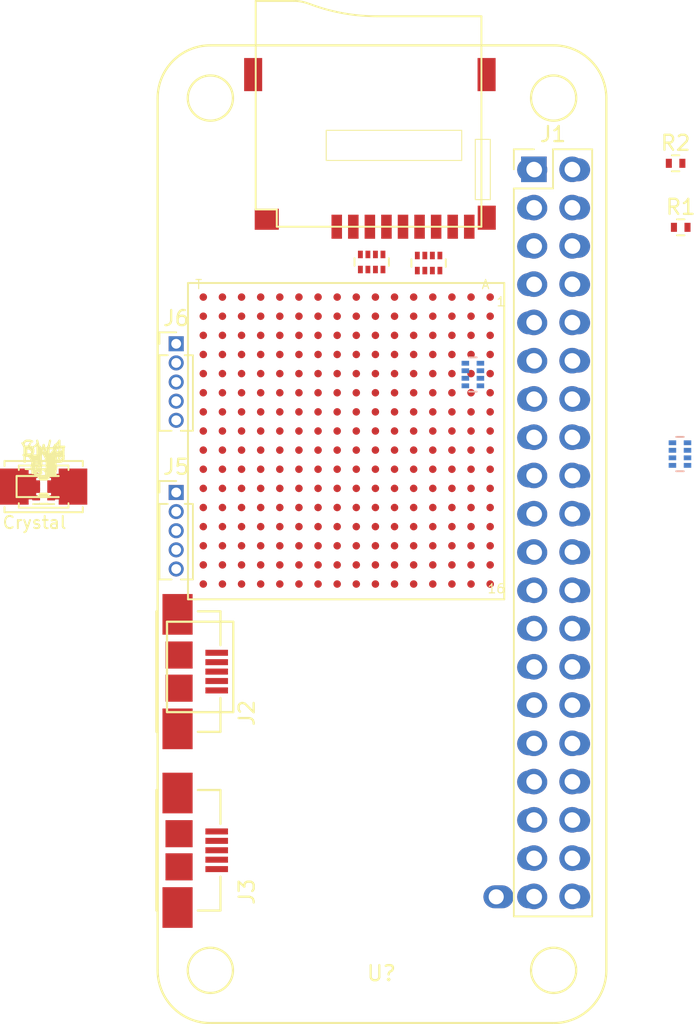
<source format=kicad_pcb>
(kicad_pcb (version 4) (host pcbnew 4.0.7)

  (general
    (links 269)
    (no_connects 247)
    (area 0 0 0 0)
    (thickness 1.6)
    (drawings 0)
    (tracks 0)
    (zones 0)
    (modules 37)
    (nets 112)
  )

  (page A4)
  (layers
    (0 F.Cu signal)
    (31 B.Cu signal)
    (32 B.Adhes user)
    (33 F.Adhes user)
    (34 B.Paste user)
    (35 F.Paste user)
    (36 B.SilkS user)
    (37 F.SilkS user)
    (38 B.Mask user)
    (39 F.Mask user)
    (40 Dwgs.User user)
    (41 Cmts.User user)
    (42 Eco1.User user)
    (43 Eco2.User user)
    (44 Edge.Cuts user)
    (45 Margin user)
    (46 B.CrtYd user)
    (47 F.CrtYd user)
    (48 B.Fab user hide)
    (49 F.Fab user hide)
  )

  (setup
    (last_trace_width 0.25)
    (trace_clearance 0.2)
    (zone_clearance 0.508)
    (zone_45_only no)
    (trace_min 0.2)
    (segment_width 0.2)
    (edge_width 0.15)
    (via_size 0.6)
    (via_drill 0.4)
    (via_min_size 0.4)
    (via_min_drill 0.3)
    (uvia_size 0.3)
    (uvia_drill 0.1)
    (uvias_allowed no)
    (uvia_min_size 0.2)
    (uvia_min_drill 0.1)
    (pcb_text_width 0.3)
    (pcb_text_size 1.5 1.5)
    (mod_edge_width 0.15)
    (mod_text_size 1 1)
    (mod_text_width 0.15)
    (pad_size 1.524 1.524)
    (pad_drill 0.762)
    (pad_to_mask_clearance 0.2)
    (aux_axis_origin 0 0)
    (visible_elements 7FFFFF7F)
    (pcbplotparams
      (layerselection 0x00030_80000001)
      (usegerberextensions false)
      (excludeedgelayer true)
      (linewidth 0.100000)
      (plotframeref false)
      (viasonmask false)
      (mode 1)
      (useauxorigin false)
      (hpglpennumber 1)
      (hpglpenspeed 20)
      (hpglpendiameter 15)
      (hpglpenoverlay 2)
      (psnegative false)
      (psa4output false)
      (plotreference true)
      (plotvalue true)
      (plotinvisibletext false)
      (padsonsilk false)
      (subtractmaskfromsilk false)
      (outputformat 1)
      (mirror false)
      (drillshape 1)
      (scaleselection 1)
      (outputdirectory ""))
  )

  (net 0 "")
  (net 1 +3.3VA)
  (net 2 +5V)
  (net 3 SDA)
  (net 4 SCL)
  (net 5 GND)
  (net 6 GP4)
  (net 7 TXD)
  (net 8 RXD)
  (net 9 GP17)
  (net 10 I2S_BCK)
  (net 11 SDIO_D3)
  (net 12 SDIO_CLK)
  (net 13 SDIO_CMD)
  (net 14 SDIO_D0)
  (net 15 MOSI)
  (net 16 MISO)
  (net 17 SDIO_D1)
  (net 18 SCK)
  (net 19 CS0)
  (net 20 CS1)
  (net 21 ID_SD)
  (net 22 ID_SC)
  (net 23 GP5)
  (net 24 GP6)
  (net 25 GP12)
  (net 26 GP13)
  (net 27 I2S_LRCK)
  (net 28 GP16)
  (net 29 SDIO_D2)
  (net 30 I2S_DIN)
  (net 31 I2S_DOUT)
  (net 32 A0)
  (net 33 A1)
  (net 34 A2)
  (net 35 A3)
  (net 36 MMC_D3)
  (net 37 MMC_D2)
  (net 38 MMC_CMD)
  (net 39 MMC_D0)
  (net 40 MMC_CLK)
  (net 41 MMC_D1)
  (net 42 MMC_CD)
  (net 43 "Net-(J2-Pad1)")
  (net 44 "Net-(J2-Pad2)")
  (net 45 "Net-(J2-Pad3)")
  (net 46 "Net-(J2-Pad4)")
  (net 47 "Net-(J3-Pad1)")
  (net 48 "Net-(J3-Pad2)")
  (net 49 "Net-(J3-Pad3)")
  (net 50 "Net-(J3-Pad4)")
  (net 51 VMEM)
  (net 52 "Net-(C2-Pad1)")
  (net 53 "Net-(C2-Pad2)")
  (net 54 "Net-(C3-Pad1)")
  (net 55 VREFP)
  (net 56 VREFN)
  (net 57 +3.3VADC)
  (net 58 "Net-(D1-Pad1)")
  (net 59 "Net-(D2-Pad2)")
  (net 60 "Net-(D3-Pad2)")
  (net 61 "Net-(D4-Pad2)")
  (net 62 "Net-(D5-Pad2)")
  (net 63 "Net-(J2-Pad6)")
  (net 64 "Net-(J5-Pad1)")
  (net 65 "Net-(J5-Pad2)")
  (net 66 "Net-(J5-Pad4)")
  (net 67 "Net-(J5-Pad5)")
  (net 68 "Net-(J6-Pad1)")
  (net 69 "Net-(J6-Pad2)")
  (net 70 "Net-(J6-Pad4)")
  (net 71 "Net-(J6-Pad5)")
  (net 72 +5VD)
  (net 73 "Net-(R3-Pad1)")
  (net 74 TRST)
  (net 75 SD_EN)
  (net 76 /LCD0)
  (net 77 /LCD2)
  (net 78 /LCD1)
  (net 79 /LCD3)
  (net 80 /LCD4)
  (net 81 /LCD6)
  (net 82 /LCD5)
  (net 83 /LCD7)
  (net 84 /LCD8)
  (net 85 /LCD10)
  (net 86 /LCD9)
  (net 87 /LCD11)
  (net 88 /LCD12)
  (net 89 /LCD14)
  (net 90 /LCD13)
  (net 91 /LCD15)
  (net 92 LED0)
  (net 93 LED2)
  (net 94 LED1)
  (net 95 LED3)
  (net 96 "Net-(SW1-Pad2)")
  (net 97 "Net-(U1-PadC10)")
  (net 98 "Net-(U1-PadC11)")
  (net 99 "Net-(U1-PadD4)")
  (net 100 "Net-(U1-PadD6)")
  (net 101 +3.3VP)
  (net 102 +1V8)
  (net 103 +5VP)
  (net 104 "Net-(U1-PadL4)")
  (net 105 /EEP_WP)
  (net 106 "Net-(TP2-Pad1)")
  (net 107 +BATT)
  (net 108 "Net-(U1-PadN10)")
  (net 109 /PMIC_PGOOD)
  (net 110 +VDC)
  (net 111 /~RESET)

  (net_class Default "This is the default net class."
    (clearance 0.2)
    (trace_width 0.25)
    (via_dia 0.6)
    (via_drill 0.4)
    (uvia_dia 0.3)
    (uvia_drill 0.1)
    (add_net +1V8)
    (add_net +3.3VA)
    (add_net +3.3VADC)
    (add_net +3.3VP)
    (add_net +5V)
    (add_net +5VD)
    (add_net +5VP)
    (add_net +BATT)
    (add_net +VDC)
    (add_net /EEP_WP)
    (add_net /LCD0)
    (add_net /LCD1)
    (add_net /LCD10)
    (add_net /LCD11)
    (add_net /LCD12)
    (add_net /LCD13)
    (add_net /LCD14)
    (add_net /LCD15)
    (add_net /LCD2)
    (add_net /LCD3)
    (add_net /LCD4)
    (add_net /LCD5)
    (add_net /LCD6)
    (add_net /LCD7)
    (add_net /LCD8)
    (add_net /LCD9)
    (add_net /PMIC_PGOOD)
    (add_net /~RESET)
    (add_net A0)
    (add_net A1)
    (add_net A2)
    (add_net A3)
    (add_net CS0)
    (add_net CS1)
    (add_net GND)
    (add_net GP12)
    (add_net GP13)
    (add_net GP16)
    (add_net GP17)
    (add_net GP4)
    (add_net GP5)
    (add_net GP6)
    (add_net I2S_BCK)
    (add_net I2S_DIN)
    (add_net I2S_DOUT)
    (add_net I2S_LRCK)
    (add_net ID_SC)
    (add_net ID_SD)
    (add_net LED0)
    (add_net LED1)
    (add_net LED2)
    (add_net LED3)
    (add_net MISO)
    (add_net MMC_CD)
    (add_net MMC_CLK)
    (add_net MMC_CMD)
    (add_net MMC_D0)
    (add_net MMC_D1)
    (add_net MMC_D2)
    (add_net MMC_D3)
    (add_net MOSI)
    (add_net "Net-(C2-Pad1)")
    (add_net "Net-(C2-Pad2)")
    (add_net "Net-(C3-Pad1)")
    (add_net "Net-(D1-Pad1)")
    (add_net "Net-(D2-Pad2)")
    (add_net "Net-(D3-Pad2)")
    (add_net "Net-(D4-Pad2)")
    (add_net "Net-(D5-Pad2)")
    (add_net "Net-(J2-Pad1)")
    (add_net "Net-(J2-Pad2)")
    (add_net "Net-(J2-Pad3)")
    (add_net "Net-(J2-Pad4)")
    (add_net "Net-(J2-Pad6)")
    (add_net "Net-(J3-Pad1)")
    (add_net "Net-(J3-Pad2)")
    (add_net "Net-(J3-Pad3)")
    (add_net "Net-(J3-Pad4)")
    (add_net "Net-(J5-Pad1)")
    (add_net "Net-(J5-Pad2)")
    (add_net "Net-(J5-Pad4)")
    (add_net "Net-(J5-Pad5)")
    (add_net "Net-(J6-Pad1)")
    (add_net "Net-(J6-Pad2)")
    (add_net "Net-(J6-Pad4)")
    (add_net "Net-(J6-Pad5)")
    (add_net "Net-(R3-Pad1)")
    (add_net "Net-(SW1-Pad2)")
    (add_net "Net-(TP2-Pad1)")
    (add_net "Net-(U1-PadC10)")
    (add_net "Net-(U1-PadC11)")
    (add_net "Net-(U1-PadD4)")
    (add_net "Net-(U1-PadD6)")
    (add_net "Net-(U1-PadL4)")
    (add_net "Net-(U1-PadN10)")
    (add_net RXD)
    (add_net SCK)
    (add_net SCL)
    (add_net SDA)
    (add_net SDIO_CLK)
    (add_net SDIO_CMD)
    (add_net SDIO_D0)
    (add_net SDIO_D1)
    (add_net SDIO_D2)
    (add_net SDIO_D3)
    (add_net SD_EN)
    (add_net TRST)
    (add_net TXD)
    (add_net VMEM)
    (add_net VREFN)
    (add_net VREFP)
  )

  (module Resistors_SMD:R_0402 (layer F.Cu) (tedit 58E0A804) (tstamp 5C4FF1E1)
    (at 182.3 64.59)
    (descr "Resistor SMD 0402, reflow soldering, Vishay (see dcrcw.pdf)")
    (tags "resistor 0402")
    (path /5C4FD991)
    (attr smd)
    (fp_text reference R1 (at 0 -1.35) (layer F.SilkS)
      (effects (font (size 1 1) (thickness 0.15)))
    )
    (fp_text value 1.8K (at 0 1.45) (layer F.Fab)
      (effects (font (size 1 1) (thickness 0.15)))
    )
    (fp_text user %R (at 0 -1.35) (layer F.Fab)
      (effects (font (size 1 1) (thickness 0.15)))
    )
    (fp_line (start -0.5 0.25) (end -0.5 -0.25) (layer F.Fab) (width 0.1))
    (fp_line (start 0.5 0.25) (end -0.5 0.25) (layer F.Fab) (width 0.1))
    (fp_line (start 0.5 -0.25) (end 0.5 0.25) (layer F.Fab) (width 0.1))
    (fp_line (start -0.5 -0.25) (end 0.5 -0.25) (layer F.Fab) (width 0.1))
    (fp_line (start 0.25 -0.53) (end -0.25 -0.53) (layer F.SilkS) (width 0.12))
    (fp_line (start -0.25 0.53) (end 0.25 0.53) (layer F.SilkS) (width 0.12))
    (fp_line (start -0.8 -0.45) (end 0.8 -0.45) (layer F.CrtYd) (width 0.05))
    (fp_line (start -0.8 -0.45) (end -0.8 0.45) (layer F.CrtYd) (width 0.05))
    (fp_line (start 0.8 0.45) (end 0.8 -0.45) (layer F.CrtYd) (width 0.05))
    (fp_line (start 0.8 0.45) (end -0.8 0.45) (layer F.CrtYd) (width 0.05))
    (pad 1 smd rect (at -0.45 0) (size 0.4 0.6) (layers F.Cu F.Paste F.Mask)
      (net 1 +3.3VA))
    (pad 2 smd rect (at 0.45 0) (size 0.4 0.6) (layers F.Cu F.Paste F.Mask)
      (net 3 SDA))
    (model ${KISYS3DMOD}/Resistors_SMD.3dshapes/R_0402.wrl
      (at (xyz 0 0 0))
      (scale (xyz 1 1 1))
      (rotate (xyz 0 0 0))
    )
  )

  (module Resistors_SMD:R_0402 (layer F.Cu) (tedit 58E0A804) (tstamp 5C4FF1E7)
    (at 181.96 60.34)
    (descr "Resistor SMD 0402, reflow soldering, Vishay (see dcrcw.pdf)")
    (tags "resistor 0402")
    (path /5C4FD9F5)
    (attr smd)
    (fp_text reference R2 (at 0 -1.35) (layer F.SilkS)
      (effects (font (size 1 1) (thickness 0.15)))
    )
    (fp_text value 1.8K (at 0 1.45) (layer F.Fab)
      (effects (font (size 1 1) (thickness 0.15)))
    )
    (fp_text user %R (at 0 -1.35) (layer F.Fab)
      (effects (font (size 1 1) (thickness 0.15)))
    )
    (fp_line (start -0.5 0.25) (end -0.5 -0.25) (layer F.Fab) (width 0.1))
    (fp_line (start 0.5 0.25) (end -0.5 0.25) (layer F.Fab) (width 0.1))
    (fp_line (start 0.5 -0.25) (end 0.5 0.25) (layer F.Fab) (width 0.1))
    (fp_line (start -0.5 -0.25) (end 0.5 -0.25) (layer F.Fab) (width 0.1))
    (fp_line (start 0.25 -0.53) (end -0.25 -0.53) (layer F.SilkS) (width 0.12))
    (fp_line (start -0.25 0.53) (end 0.25 0.53) (layer F.SilkS) (width 0.12))
    (fp_line (start -0.8 -0.45) (end 0.8 -0.45) (layer F.CrtYd) (width 0.05))
    (fp_line (start -0.8 -0.45) (end -0.8 0.45) (layer F.CrtYd) (width 0.05))
    (fp_line (start 0.8 0.45) (end 0.8 -0.45) (layer F.CrtYd) (width 0.05))
    (fp_line (start 0.8 0.45) (end -0.8 0.45) (layer F.CrtYd) (width 0.05))
    (pad 1 smd rect (at -0.45 0) (size 0.4 0.6) (layers F.Cu F.Paste F.Mask)
      (net 1 +3.3VA))
    (pad 2 smd rect (at 0.45 0) (size 0.4 0.6) (layers F.Cu F.Paste F.Mask)
      (net 4 SCL))
    (model ${KISYS3DMOD}/Resistors_SMD.3dshapes/R_0402.wrl
      (at (xyz 0 0 0))
      (scale (xyz 1 1 1))
      (rotate (xyz 0 0 0))
    )
  )

  (module Resistors_SMD:R_Array_Concave_4x0402 (layer B.Cu) (tedit 5C4FF324) (tstamp 5C4FF1F3)
    (at 182.25 79.64)
    (descr "Thick Film Chip Resistor Array, Wave soldering, Vishay CRA04P (see cra04p.pdf)")
    (tags "resistor array")
    (path /5C5025B3)
    (attr smd)
    (fp_text reference RN1 (at 0 2.1) (layer B.SilkS) hide
      (effects (font (size 1 1) (thickness 0.15)) (justify mirror))
    )
    (fp_text value 10K (at 0 -2.1) (layer B.Fab)
      (effects (font (size 1 1) (thickness 0.15)) (justify mirror))
    )
    (fp_text user %R (at 0 0 270) (layer B.Fab)
      (effects (font (size 0.5 0.5) (thickness 0.075)) (justify mirror))
    )
    (fp_line (start -0.5 1) (end 0.5 1) (layer B.Fab) (width 0.1))
    (fp_line (start 0.5 1) (end 0.5 -1) (layer B.Fab) (width 0.1))
    (fp_line (start 0.5 -1) (end -0.5 -1) (layer B.Fab) (width 0.1))
    (fp_line (start -0.5 -1) (end -0.5 1) (layer B.Fab) (width 0.1))
    (fp_line (start 0.25 1.14) (end -0.25 1.14) (layer B.SilkS) (width 0.12))
    (fp_line (start 0.25 -1.14) (end -0.25 -1.14) (layer B.SilkS) (width 0.12))
    (fp_line (start -1 1.25) (end 1 1.25) (layer B.CrtYd) (width 0.05))
    (fp_line (start -1 1.25) (end -1 -1.25) (layer B.CrtYd) (width 0.05))
    (fp_line (start 1 -1.25) (end 1 1.25) (layer B.CrtYd) (width 0.05))
    (fp_line (start 1 -1.25) (end -1 -1.25) (layer B.CrtYd) (width 0.05))
    (pad 1 smd rect (at -0.5 0.75) (size 0.5 0.32) (layers B.Cu B.Paste B.Mask)
      (net 23 GP5))
    (pad 3 smd rect (at -0.5 -0.25) (size 0.5 0.32) (layers B.Cu B.Paste B.Mask)
      (net 24 GP6))
    (pad 2 smd rect (at -0.5 0.25) (size 0.5 0.32) (layers B.Cu B.Paste B.Mask)
      (net 5 GND))
    (pad 4 smd rect (at -0.5 -0.75) (size 0.5 0.32) (layers B.Cu B.Paste B.Mask)
      (net 5 GND))
    (pad 7 smd rect (at 0.5 0.25) (size 0.5 0.32) (layers B.Cu B.Paste B.Mask)
      (net 32 A0))
    (pad 8 smd rect (at 0.5 0.75) (size 0.5 0.32) (layers B.Cu B.Paste B.Mask)
      (net 32 A0))
    (pad 6 smd rect (at 0.5 -0.25) (size 0.5 0.32) (layers B.Cu B.Paste B.Mask)
      (net 33 A1))
    (pad 5 smd rect (at 0.5 -0.75) (size 0.5 0.32) (layers B.Cu B.Paste B.Mask)
      (net 33 A1))
    (model ${KISYS3DMOD}/Resistors_SMD.3dshapes/R_Array_Concave_4x0402.wrl
      (at (xyz 0 0 0))
      (scale (xyz 1 1 1))
      (rotate (xyz 0 0 0))
    )
  )

  (module Resistors_SMD:R_Array_Concave_4x0402 (layer B.Cu) (tedit 5C4FF328) (tstamp 5C4FF1FF)
    (at 168.5 74.36)
    (descr "Thick Film Chip Resistor Array, Wave soldering, Vishay CRA04P (see cra04p.pdf)")
    (tags "resistor array")
    (path /5C50285B)
    (attr smd)
    (fp_text reference RN2 (at 0 2.1) (layer B.SilkS) hide
      (effects (font (size 1 1) (thickness 0.15)) (justify mirror))
    )
    (fp_text value 10K (at 0 -2.1) (layer B.Fab)
      (effects (font (size 1 1) (thickness 0.15)) (justify mirror))
    )
    (fp_text user %R (at 0 0 270) (layer B.Fab)
      (effects (font (size 0.5 0.5) (thickness 0.075)) (justify mirror))
    )
    (fp_line (start -0.5 1) (end 0.5 1) (layer B.Fab) (width 0.1))
    (fp_line (start 0.5 1) (end 0.5 -1) (layer B.Fab) (width 0.1))
    (fp_line (start 0.5 -1) (end -0.5 -1) (layer B.Fab) (width 0.1))
    (fp_line (start -0.5 -1) (end -0.5 1) (layer B.Fab) (width 0.1))
    (fp_line (start 0.25 1.14) (end -0.25 1.14) (layer B.SilkS) (width 0.12))
    (fp_line (start 0.25 -1.14) (end -0.25 -1.14) (layer B.SilkS) (width 0.12))
    (fp_line (start -1 1.25) (end 1 1.25) (layer B.CrtYd) (width 0.05))
    (fp_line (start -1 1.25) (end -1 -1.25) (layer B.CrtYd) (width 0.05))
    (fp_line (start 1 -1.25) (end 1 1.25) (layer B.CrtYd) (width 0.05))
    (fp_line (start 1 -1.25) (end -1 -1.25) (layer B.CrtYd) (width 0.05))
    (pad 1 smd rect (at -0.5 0.75) (size 0.5 0.32) (layers B.Cu B.Paste B.Mask)
      (net 9 GP17))
    (pad 3 smd rect (at -0.5 -0.25) (size 0.5 0.32) (layers B.Cu B.Paste B.Mask)
      (net 6 GP4))
    (pad 2 smd rect (at -0.5 0.25) (size 0.5 0.32) (layers B.Cu B.Paste B.Mask)
      (net 5 GND))
    (pad 4 smd rect (at -0.5 -0.75) (size 0.5 0.32) (layers B.Cu B.Paste B.Mask)
      (net 5 GND))
    (pad 7 smd rect (at 0.5 0.25) (size 0.5 0.32) (layers B.Cu B.Paste B.Mask)
      (net 34 A2))
    (pad 8 smd rect (at 0.5 0.75) (size 0.5 0.32) (layers B.Cu B.Paste B.Mask)
      (net 34 A2))
    (pad 6 smd rect (at 0.5 -0.25) (size 0.5 0.32) (layers B.Cu B.Paste B.Mask)
      (net 35 A3))
    (pad 5 smd rect (at 0.5 -0.75) (size 0.5 0.32) (layers B.Cu B.Paste B.Mask)
      (net 35 A3))
    (model ${KISYS3DMOD}/Resistors_SMD.3dshapes/R_Array_Concave_4x0402.wrl
      (at (xyz 0 0 0))
      (scale (xyz 1 1 1))
      (rotate (xyz 0 0 0))
    )
  )

  (module Resistors_SMD:R_Array_Concave_4x0402 (layer F.Cu) (tedit 5CBA0281) (tstamp 5C4FF20B)
    (at 161.78 66.89 90)
    (descr "Thick Film Chip Resistor Array, Wave soldering, Vishay CRA04P (see cra04p.pdf)")
    (tags "resistor array")
    (path /5C4FD479)
    (attr smd)
    (fp_text reference RN3 (at 0 -2.1 90) (layer F.SilkS) hide
      (effects (font (size 1 1) (thickness 0.15)))
    )
    (fp_text value 10K (at 0 2.1 90) (layer F.Fab)
      (effects (font (size 1 1) (thickness 0.15)))
    )
    (fp_text user %R (at 0 0 180) (layer F.Fab)
      (effects (font (size 0.5 0.5) (thickness 0.075)))
    )
    (fp_line (start -0.5 -1) (end 0.5 -1) (layer F.Fab) (width 0.1))
    (fp_line (start 0.5 -1) (end 0.5 1) (layer F.Fab) (width 0.1))
    (fp_line (start 0.5 1) (end -0.5 1) (layer F.Fab) (width 0.1))
    (fp_line (start -0.5 1) (end -0.5 -1) (layer F.Fab) (width 0.1))
    (fp_line (start 0.25 -1.14) (end -0.25 -1.14) (layer F.SilkS) (width 0.12))
    (fp_line (start 0.25 1.14) (end -0.25 1.14) (layer F.SilkS) (width 0.12))
    (fp_line (start -1 -1.25) (end 1 -1.25) (layer F.CrtYd) (width 0.05))
    (fp_line (start -1 -1.25) (end -1 1.25) (layer F.CrtYd) (width 0.05))
    (fp_line (start 1 1.25) (end 1 -1.25) (layer F.CrtYd) (width 0.05))
    (fp_line (start 1 1.25) (end -1 1.25) (layer F.CrtYd) (width 0.05))
    (pad 1 smd rect (at -0.5 -0.75 90) (size 0.5 0.32) (layers F.Cu F.Paste F.Mask)
      (net 1 +3.3VA))
    (pad 3 smd rect (at -0.5 0.25 90) (size 0.5 0.32) (layers F.Cu F.Paste F.Mask)
      (net 1 +3.3VA))
    (pad 2 smd rect (at -0.5 -0.25 90) (size 0.5 0.32) (layers F.Cu F.Paste F.Mask)
      (net 1 +3.3VA))
    (pad 4 smd rect (at -0.5 0.75 90) (size 0.5 0.32) (layers F.Cu F.Paste F.Mask)
      (net 1 +3.3VA))
    (pad 7 smd rect (at 0.5 -0.25 90) (size 0.5 0.32) (layers F.Cu F.Paste F.Mask)
      (net 36 MMC_D3))
    (pad 8 smd rect (at 0.5 -0.75 90) (size 0.5 0.32) (layers F.Cu F.Paste F.Mask)
      (net 37 MMC_D2))
    (pad 6 smd rect (at 0.5 0.25 90) (size 0.5 0.32) (layers F.Cu F.Paste F.Mask)
      (net 38 MMC_CMD))
    (pad 5 smd rect (at 0.5 0.75 90) (size 0.5 0.32) (layers F.Cu F.Paste F.Mask)
      (net 1 +3.3VA))
    (model ${KISYS3DMOD}/Resistors_SMD.3dshapes/R_Array_Concave_4x0402.wrl
      (at (xyz 0 0 0))
      (scale (xyz 1 1 1))
      (rotate (xyz 0 0 0))
    )
  )

  (module Resistors_SMD:R_Array_Concave_4x0402 (layer F.Cu) (tedit 5CBA027D) (tstamp 5C4FF217)
    (at 165.56 66.96 90)
    (descr "Thick Film Chip Resistor Array, Wave soldering, Vishay CRA04P (see cra04p.pdf)")
    (tags "resistor array")
    (path /5C4FD39C)
    (attr smd)
    (fp_text reference RN4 (at 0 -2.1 90) (layer F.SilkS) hide
      (effects (font (size 1 1) (thickness 0.15)))
    )
    (fp_text value 10K (at 0 2.1 90) (layer F.Fab)
      (effects (font (size 1 1) (thickness 0.15)))
    )
    (fp_text user %R (at 0 0 180) (layer F.Fab)
      (effects (font (size 0.5 0.5) (thickness 0.075)))
    )
    (fp_line (start -0.5 -1) (end 0.5 -1) (layer F.Fab) (width 0.1))
    (fp_line (start 0.5 -1) (end 0.5 1) (layer F.Fab) (width 0.1))
    (fp_line (start 0.5 1) (end -0.5 1) (layer F.Fab) (width 0.1))
    (fp_line (start -0.5 1) (end -0.5 -1) (layer F.Fab) (width 0.1))
    (fp_line (start 0.25 -1.14) (end -0.25 -1.14) (layer F.SilkS) (width 0.12))
    (fp_line (start 0.25 1.14) (end -0.25 1.14) (layer F.SilkS) (width 0.12))
    (fp_line (start -1 -1.25) (end 1 -1.25) (layer F.CrtYd) (width 0.05))
    (fp_line (start -1 -1.25) (end -1 1.25) (layer F.CrtYd) (width 0.05))
    (fp_line (start 1 1.25) (end 1 -1.25) (layer F.CrtYd) (width 0.05))
    (fp_line (start 1 1.25) (end -1 1.25) (layer F.CrtYd) (width 0.05))
    (pad 1 smd rect (at -0.5 -0.75 90) (size 0.5 0.32) (layers F.Cu F.Paste F.Mask)
      (net 1 +3.3VA))
    (pad 3 smd rect (at -0.5 0.25 90) (size 0.5 0.32) (layers F.Cu F.Paste F.Mask)
      (net 1 +3.3VA))
    (pad 2 smd rect (at -0.5 -0.25 90) (size 0.5 0.32) (layers F.Cu F.Paste F.Mask)
      (net 1 +3.3VA))
    (pad 4 smd rect (at -0.5 0.75 90) (size 0.5 0.32) (layers F.Cu F.Paste F.Mask)
      (net 1 +3.3VA))
    (pad 7 smd rect (at 0.5 -0.25 90) (size 0.5 0.32) (layers F.Cu F.Paste F.Mask)
      (net 39 MMC_D0))
    (pad 8 smd rect (at 0.5 -0.75 90) (size 0.5 0.32) (layers F.Cu F.Paste F.Mask)
      (net 40 MMC_CLK))
    (pad 6 smd rect (at 0.5 0.25 90) (size 0.5 0.32) (layers F.Cu F.Paste F.Mask)
      (net 41 MMC_D1))
    (pad 5 smd rect (at 0.5 0.75 90) (size 0.5 0.32) (layers F.Cu F.Paste F.Mask)
      (net 42 MMC_CD))
    (model ${KISYS3DMOD}/Resistors_SMD.3dshapes/R_Array_Concave_4x0402.wrl
      (at (xyz 0 0 0))
      (scale (xyz 1 1 1))
      (rotate (xyz 0 0 0))
    )
  )

  (module osd3358_cpu_board:OSD335X-BGA-256 (layer F.Cu) (tedit 5CBA0293) (tstamp 5C4FF31B)
    (at 160.12246 78.745 180)
    (path /5C4FF273)
    (attr smd)
    (fp_text reference U1 (at 0 0 180) (layer F.SilkS) hide
      (effects (font (thickness 0.15)))
    )
    (fp_text value OSD3358-512M-BSM (at 0 0 180) (layer F.SilkS) hide
      (effects (font (thickness 0.15)))
    )
    (fp_line (start 10.53846 -10.53846) (end -10.45972 -10.53846) (layer F.SilkS) (width 0.127))
    (fp_line (start -10.45972 -10.53846) (end -10.45972 10.45972) (layer F.SilkS) (width 0.127))
    (fp_line (start -10.45972 10.45972) (end 10.53846 10.45972) (layer F.SilkS) (width 0.127))
    (fp_line (start 10.53846 10.45972) (end 10.53846 -10.53846) (layer F.SilkS) (width 0.127))
    (fp_text user A (at -9.2202 10.36066 180) (layer F.SilkS)
      (effects (font (size 0.6096 0.6096) (thickness 0.0762)))
    )
    (fp_text user T (at 9.8298 10.36066 180) (layer F.SilkS)
      (effects (font (size 0.6096 0.6096) (thickness 0.0762)))
    )
    (fp_text user 1 (at -10.2362 9.2202 180) (layer F.SilkS)
      (effects (font (size 0.6096 0.6096) (thickness 0.0762)))
    )
    (fp_text user 16 (at -9.9314 -9.8298 180) (layer F.SilkS)
      (effects (font (size 0.6096 0.6096) (thickness 0.0762)))
    )
    (pad A1 smd circle (at -9.525 9.525 180) (size 0.49784 0.49784) (layers F.Cu F.Paste F.Mask)
      (net 10 I2S_BCK))
    (pad A2 smd circle (at -9.525 8.255 180) (size 0.49784 0.49784) (layers F.Cu F.Paste F.Mask)
      (net 27 I2S_LRCK))
    (pad A3 smd circle (at -9.525 6.985 180) (size 0.49784 0.49784) (layers F.Cu F.Paste F.Mask))
    (pad A4 smd circle (at -9.525 5.715 180) (size 0.49784 0.49784) (layers F.Cu F.Paste F.Mask)
      (net 20 CS1))
    (pad A5 smd circle (at -9.525 4.445 180) (size 0.49784 0.49784) (layers F.Cu F.Paste F.Mask))
    (pad A6 smd circle (at -9.525 3.175 180) (size 0.49784 0.49784) (layers F.Cu F.Paste F.Mask))
    (pad A7 smd circle (at -9.525 1.905 180) (size 0.49784 0.49784) (layers F.Cu F.Paste F.Mask)
      (net 55 VREFP))
    (pad A8 smd circle (at -9.525 0.635 180) (size 0.49784 0.49784) (layers F.Cu F.Paste F.Mask)
      (net 32 A0))
    (pad A9 smd circle (at -9.525 -0.63246 180) (size 0.49784 0.49784) (layers F.Cu F.Paste F.Mask)
      (net 56 VREFN))
    (pad A10 smd circle (at -9.525 -1.90246 180) (size 0.49784 0.49784) (layers F.Cu F.Paste F.Mask)
      (net 4 SCL))
    (pad A11 smd circle (at -9.525 -3.17246 180) (size 0.49784 0.49784) (layers F.Cu F.Paste F.Mask)
      (net 21 ID_SD))
    (pad A12 smd circle (at -9.525 -4.44246 180) (size 0.49784 0.49784) (layers F.Cu F.Paste F.Mask)
      (net 8 RXD))
    (pad A13 smd circle (at -9.525 -5.71246 180) (size 0.49784 0.49784) (layers F.Cu F.Paste F.Mask))
    (pad A14 smd circle (at -9.525 -6.98246 180) (size 0.49784 0.49784) (layers F.Cu F.Paste F.Mask))
    (pad A15 smd circle (at -9.525 -8.25246 180) (size 0.49784 0.49784) (layers F.Cu F.Paste F.Mask)
      (net 41 MMC_D1))
    (pad A16 smd circle (at -9.525 -9.52246 180) (size 0.49784 0.49784) (layers F.Cu F.Paste F.Mask)
      (net 39 MMC_D0))
    (pad B1 smd circle (at -8.255 9.525 180) (size 0.49784 0.49784) (layers F.Cu F.Paste F.Mask)
      (net 31 I2S_DOUT))
    (pad B2 smd circle (at -8.255 8.255 180) (size 0.49784 0.49784) (layers F.Cu F.Paste F.Mask))
    (pad B3 smd circle (at -8.255 6.985 180) (size 0.49784 0.49784) (layers F.Cu F.Paste F.Mask))
    (pad B4 smd circle (at -8.255 5.715 180) (size 0.49784 0.49784) (layers F.Cu F.Paste F.Mask))
    (pad B5 smd circle (at -8.255 4.445 180) (size 0.49784 0.49784) (layers F.Cu F.Paste F.Mask))
    (pad B6 smd circle (at -8.255 3.175 180) (size 0.49784 0.49784) (layers F.Cu F.Paste F.Mask)
      (net 34 A2))
    (pad B7 smd circle (at -8.255 1.905 180) (size 0.49784 0.49784) (layers F.Cu F.Paste F.Mask)
      (net 55 VREFP))
    (pad B8 smd circle (at -8.255 0.635 180) (size 0.49784 0.49784) (layers F.Cu F.Paste F.Mask)
      (net 33 A1))
    (pad B9 smd circle (at -8.255 -0.63246 180) (size 0.49784 0.49784) (layers F.Cu F.Paste F.Mask)
      (net 56 VREFN))
    (pad B10 smd circle (at -8.255 -1.90246 180) (size 0.49784 0.49784) (layers F.Cu F.Paste F.Mask)
      (net 3 SDA))
    (pad B11 smd circle (at -8.255 -3.17246 180) (size 0.49784 0.49784) (layers F.Cu F.Paste F.Mask)
      (net 22 ID_SC))
    (pad B12 smd circle (at -8.255 -4.44246 180) (size 0.49784 0.49784) (layers F.Cu F.Paste F.Mask)
      (net 7 TXD))
    (pad B13 smd circle (at -8.255 -5.71246 180) (size 0.49784 0.49784) (layers F.Cu F.Paste F.Mask))
    (pad B14 smd circle (at -8.255 -6.98246 180) (size 0.49784 0.49784) (layers F.Cu F.Paste F.Mask))
    (pad B15 smd circle (at -8.255 -8.25246 180) (size 0.49784 0.49784) (layers F.Cu F.Paste F.Mask)
      (net 40 MMC_CLK))
    (pad B16 smd circle (at -8.255 -9.52246 180) (size 0.49784 0.49784) (layers F.Cu F.Paste F.Mask)
      (net 38 MMC_CMD))
    (pad C1 smd circle (at -6.985 9.525 180) (size 0.49784 0.49784) (layers F.Cu F.Paste F.Mask))
    (pad C2 smd circle (at -6.985 8.255 180) (size 0.49784 0.49784) (layers F.Cu F.Paste F.Mask))
    (pad C3 smd circle (at -6.985 6.985 180) (size 0.49784 0.49784) (layers F.Cu F.Paste F.Mask))
    (pad C4 smd circle (at -6.985 5.715 180) (size 0.49784 0.49784) (layers F.Cu F.Paste F.Mask)
      (net 30 I2S_DIN))
    (pad C5 smd circle (at -6.985 4.445 180) (size 0.49784 0.49784) (layers F.Cu F.Paste F.Mask)
      (net 18 SCK))
    (pad C6 smd circle (at -6.985 3.175 180) (size 0.49784 0.49784) (layers F.Cu F.Paste F.Mask)
      (net 35 A3))
    (pad C7 smd circle (at -6.985 1.905 180) (size 0.49784 0.49784) (layers F.Cu F.Paste F.Mask)
      (net 68 "Net-(J6-Pad1)"))
    (pad C8 smd circle (at -6.985 0.635 180) (size 0.49784 0.49784) (layers F.Cu F.Paste F.Mask)
      (net 69 "Net-(J6-Pad2)"))
    (pad C9 smd circle (at -6.985 -0.63246 180) (size 0.49784 0.49784) (layers F.Cu F.Paste F.Mask)
      (net 70 "Net-(J6-Pad4)"))
    (pad C10 smd circle (at -6.985 -1.90246 180) (size 0.49784 0.49784) (layers F.Cu F.Paste F.Mask)
      (net 97 "Net-(U1-PadC10)"))
    (pad C11 smd circle (at -6.985 -3.17246 180) (size 0.49784 0.49784) (layers F.Cu F.Paste F.Mask)
      (net 98 "Net-(U1-PadC11)"))
    (pad C12 smd circle (at -6.985 -4.44246 180) (size 0.49784 0.49784) (layers F.Cu F.Paste F.Mask)
      (net 16 MISO))
    (pad C13 smd circle (at -6.985 -5.71246 180) (size 0.49784 0.49784) (layers F.Cu F.Paste F.Mask)
      (net 15 MOSI))
    (pad C14 smd circle (at -6.985 -6.98246 180) (size 0.49784 0.49784) (layers F.Cu F.Paste F.Mask)
      (net 42 MMC_CD))
    (pad C15 smd circle (at -6.985 -8.25246 180) (size 0.49784 0.49784) (layers F.Cu F.Paste F.Mask)
      (net 36 MMC_D3))
    (pad C16 smd circle (at -6.985 -9.52246 180) (size 0.49784 0.49784) (layers F.Cu F.Paste F.Mask)
      (net 37 MMC_D2))
    (pad D1 smd circle (at -5.715 9.525 180) (size 0.49784 0.49784) (layers F.Cu F.Paste F.Mask))
    (pad D2 smd circle (at -5.715 8.255 180) (size 0.49784 0.49784) (layers F.Cu F.Paste F.Mask))
    (pad D3 smd circle (at -5.715 6.985 180) (size 0.49784 0.49784) (layers F.Cu F.Paste F.Mask)
      (net 74 TRST))
    (pad D4 smd circle (at -5.715 5.715 180) (size 0.49784 0.49784) (layers F.Cu F.Paste F.Mask)
      (net 99 "Net-(U1-PadD4)"))
    (pad D5 smd circle (at -5.715 4.445 180) (size 0.49784 0.49784) (layers F.Cu F.Paste F.Mask))
    (pad D6 smd circle (at -5.715 3.175 180) (size 0.49784 0.49784) (layers F.Cu F.Paste F.Mask)
      (net 100 "Net-(U1-PadD6)"))
    (pad D7 smd circle (at -5.715 1.905 180) (size 0.49784 0.49784) (layers F.Cu F.Paste F.Mask)
      (net 100 "Net-(U1-PadD6)"))
    (pad D8 smd circle (at -5.715 0.635 180) (size 0.49784 0.49784) (layers F.Cu F.Paste F.Mask)
      (net 5 GND))
    (pad D9 smd circle (at -5.715 -0.63246 180) (size 0.49784 0.49784) (layers F.Cu F.Paste F.Mask)
      (net 5 GND))
    (pad D10 smd circle (at -5.715 -1.90246 180) (size 0.49784 0.49784) (layers F.Cu F.Paste F.Mask)
      (net 97 "Net-(U1-PadC10)"))
    (pad D11 smd circle (at -5.715 -3.17246 180) (size 0.49784 0.49784) (layers F.Cu F.Paste F.Mask)
      (net 98 "Net-(U1-PadC11)"))
    (pad D12 smd circle (at -5.715 -4.44246 180) (size 0.49784 0.49784) (layers F.Cu F.Paste F.Mask))
    (pad D13 smd circle (at -5.715 -5.71246 180) (size 0.49784 0.49784) (layers F.Cu F.Paste F.Mask))
    (pad D14 smd circle (at -5.715 -6.98246 180) (size 0.49784 0.49784) (layers F.Cu F.Paste F.Mask))
    (pad D15 smd circle (at -5.715 -8.25246 180) (size 0.49784 0.49784) (layers F.Cu F.Paste F.Mask))
    (pad D16 smd circle (at -5.715 -9.52246 180) (size 0.49784 0.49784) (layers F.Cu F.Paste F.Mask)
      (net 12 SDIO_CLK))
    (pad E1 smd circle (at -4.445 9.525 180) (size 0.49784 0.49784) (layers F.Cu F.Paste F.Mask))
    (pad E2 smd circle (at -4.445 8.255 180) (size 0.49784 0.49784) (layers F.Cu F.Paste F.Mask))
    (pad E3 smd circle (at -4.445 6.985 180) (size 0.49784 0.49784) (layers F.Cu F.Paste F.Mask))
    (pad E4 smd circle (at -4.445 5.715 180) (size 0.49784 0.49784) (layers F.Cu F.Paste F.Mask)
      (net 99 "Net-(U1-PadD4)"))
    (pad E5 smd circle (at -4.445 4.445 180) (size 0.49784 0.49784) (layers F.Cu F.Paste F.Mask)
      (net 5 GND))
    (pad E6 smd circle (at -4.445 3.175 180) (size 0.49784 0.49784) (layers F.Cu F.Paste F.Mask)
      (net 5 GND))
    (pad E7 smd circle (at -4.445 1.905 180) (size 0.49784 0.49784) (layers F.Cu F.Paste F.Mask)
      (net 5 GND))
    (pad E8 smd circle (at -4.445 0.635 180) (size 0.49784 0.49784) (layers F.Cu F.Paste F.Mask)
      (net 5 GND))
    (pad E9 smd circle (at -4.445 -0.63246 180) (size 0.49784 0.49784) (layers F.Cu F.Paste F.Mask)
      (net 5 GND))
    (pad E10 smd circle (at -4.445 -1.90246 180) (size 0.49784 0.49784) (layers F.Cu F.Paste F.Mask)
      (net 5 GND))
    (pad E11 smd circle (at -4.445 -3.17246 180) (size 0.49784 0.49784) (layers F.Cu F.Paste F.Mask)
      (net 5 GND))
    (pad E12 smd circle (at -4.445 -4.44246 180) (size 0.49784 0.49784) (layers F.Cu F.Paste F.Mask)
      (net 5 GND))
    (pad E13 smd circle (at -4.445 -5.71246 180) (size 0.49784 0.49784) (layers F.Cu F.Paste F.Mask))
    (pad E14 smd circle (at -4.445 -6.98246 180) (size 0.49784 0.49784) (layers F.Cu F.Paste F.Mask))
    (pad E15 smd circle (at -4.445 -8.25246 180) (size 0.49784 0.49784) (layers F.Cu F.Paste F.Mask))
    (pad E16 smd circle (at -4.445 -9.52246 180) (size 0.49784 0.49784) (layers F.Cu F.Paste F.Mask))
    (pad F1 smd circle (at -3.175 9.525 180) (size 0.49784 0.49784) (layers F.Cu F.Paste F.Mask))
    (pad F2 smd circle (at -3.175 8.255 180) (size 0.49784 0.49784) (layers F.Cu F.Paste F.Mask))
    (pad F3 smd circle (at -3.175 6.985 180) (size 0.49784 0.49784) (layers F.Cu F.Paste F.Mask))
    (pad F4 smd circle (at -3.175 5.715 180) (size 0.49784 0.49784) (layers F.Cu F.Paste F.Mask))
    (pad F5 smd circle (at -3.175 4.445 180) (size 0.49784 0.49784) (layers F.Cu F.Paste F.Mask)
      (net 5 GND))
    (pad F6 smd circle (at -3.175 3.175 180) (size 0.49784 0.49784) (layers F.Cu F.Paste F.Mask)
      (net 1 +3.3VA))
    (pad F7 smd circle (at -3.175 1.905 180) (size 0.49784 0.49784) (layers F.Cu F.Paste F.Mask)
      (net 1 +3.3VA))
    (pad F8 smd circle (at -3.175 0.635 180) (size 0.49784 0.49784) (layers F.Cu F.Paste F.Mask)
      (net 101 +3.3VP))
    (pad F9 smd circle (at -3.175 -0.63246 180) (size 0.49784 0.49784) (layers F.Cu F.Paste F.Mask)
      (net 101 +3.3VP))
    (pad F10 smd circle (at -3.175 -1.90246 180) (size 0.49784 0.49784) (layers F.Cu F.Paste F.Mask)
      (net 102 +1V8))
    (pad F11 smd circle (at -3.175 -3.17246 180) (size 0.49784 0.49784) (layers F.Cu F.Paste F.Mask)
      (net 57 +3.3VADC))
    (pad F12 smd circle (at -3.175 -4.44246 180) (size 0.49784 0.49784) (layers F.Cu F.Paste F.Mask)
      (net 5 GND))
    (pad F13 smd circle (at -3.175 -5.71246 180) (size 0.49784 0.49784) (layers F.Cu F.Paste F.Mask))
    (pad F14 smd circle (at -3.175 -6.98246 180) (size 0.49784 0.49784) (layers F.Cu F.Paste F.Mask))
    (pad F15 smd circle (at -3.175 -8.25246 180) (size 0.49784 0.49784) (layers F.Cu F.Paste F.Mask)
      (net 11 SDIO_D3))
    (pad F16 smd circle (at -3.175 -9.52246 180) (size 0.49784 0.49784) (layers F.Cu F.Paste F.Mask)
      (net 14 SDIO_D0))
    (pad G1 smd circle (at -1.905 9.525 180) (size 0.49784 0.49784) (layers F.Cu F.Paste F.Mask)
      (net 77 /LCD2))
    (pad G2 smd circle (at -1.905 8.255 180) (size 0.49784 0.49784) (layers F.Cu F.Paste F.Mask)
      (net 78 /LCD1))
    (pad G3 smd circle (at -1.905 6.985 180) (size 0.49784 0.49784) (layers F.Cu F.Paste F.Mask)
      (net 76 /LCD0))
    (pad G4 smd circle (at -1.905 5.715 180) (size 0.49784 0.49784) (layers F.Cu F.Paste F.Mask))
    (pad G5 smd circle (at -1.905 4.445 180) (size 0.49784 0.49784) (layers F.Cu F.Paste F.Mask)
      (net 5 GND))
    (pad G6 smd circle (at -1.905 3.175 180) (size 0.49784 0.49784) (layers F.Cu F.Paste F.Mask)
      (net 1 +3.3VA))
    (pad G7 smd circle (at -1.905 1.905 180) (size 0.49784 0.49784) (layers F.Cu F.Paste F.Mask)
      (net 1 +3.3VA))
    (pad G8 smd circle (at -1.905 0.635 180) (size 0.49784 0.49784) (layers F.Cu F.Paste F.Mask)
      (net 101 +3.3VP))
    (pad G9 smd circle (at -1.905 -0.63246 180) (size 0.49784 0.49784) (layers F.Cu F.Paste F.Mask)
      (net 101 +3.3VP))
    (pad G10 smd circle (at -1.905 -1.90246 180) (size 0.49784 0.49784) (layers F.Cu F.Paste F.Mask)
      (net 102 +1V8))
    (pad G11 smd circle (at -1.905 -3.17246 180) (size 0.49784 0.49784) (layers F.Cu F.Paste F.Mask)
      (net 57 +3.3VADC))
    (pad G12 smd circle (at -1.905 -4.44246 180) (size 0.49784 0.49784) (layers F.Cu F.Paste F.Mask)
      (net 5 GND))
    (pad G13 smd circle (at -1.905 -5.71246 180) (size 0.49784 0.49784) (layers F.Cu F.Paste F.Mask))
    (pad G14 smd circle (at -1.905 -6.98246 180) (size 0.49784 0.49784) (layers F.Cu F.Paste F.Mask)
      (net 13 SDIO_CMD))
    (pad G15 smd circle (at -1.905 -8.25246 180) (size 0.49784 0.49784) (layers F.Cu F.Paste F.Mask)
      (net 17 SDIO_D1))
    (pad G16 smd circle (at -1.905 -9.52246 180) (size 0.49784 0.49784) (layers F.Cu F.Paste F.Mask)
      (net 29 SDIO_D2))
    (pad H1 smd circle (at -0.635 9.525 180) (size 0.49784 0.49784) (layers F.Cu F.Paste F.Mask)
      (net 82 /LCD5))
    (pad H2 smd circle (at -0.635 8.255 180) (size 0.49784 0.49784) (layers F.Cu F.Paste F.Mask)
      (net 80 /LCD4))
    (pad H3 smd circle (at -0.635 6.985 180) (size 0.49784 0.49784) (layers F.Cu F.Paste F.Mask)
      (net 79 /LCD3))
    (pad H4 smd circle (at -0.635 5.715 180) (size 0.49784 0.49784) (layers F.Cu F.Paste F.Mask)
      (net 5 GND))
    (pad H5 smd circle (at -0.635 4.445 180) (size 0.49784 0.49784) (layers F.Cu F.Paste F.Mask)
      (net 5 GND))
    (pad H6 smd circle (at -0.635 3.175 180) (size 0.49784 0.49784) (layers F.Cu F.Paste F.Mask))
    (pad H7 smd circle (at -0.635 1.905 180) (size 0.49784 0.49784) (layers F.Cu F.Paste F.Mask)
      (net 101 +3.3VP))
    (pad H8 smd circle (at -0.635 0.635 180) (size 0.49784 0.49784) (layers F.Cu F.Paste F.Mask)
      (net 101 +3.3VP))
    (pad H9 smd circle (at -0.635 -0.63246 180) (size 0.49784 0.49784) (layers F.Cu F.Paste F.Mask)
      (net 101 +3.3VP))
    (pad H10 smd circle (at -0.635 -1.90246 180) (size 0.49784 0.49784) (layers F.Cu F.Paste F.Mask)
      (net 102 +1V8))
    (pad H11 smd circle (at -0.635 -3.17246 180) (size 0.49784 0.49784) (layers F.Cu F.Paste F.Mask)
      (net 102 +1V8))
    (pad H12 smd circle (at -0.635 -4.44246 180) (size 0.49784 0.49784) (layers F.Cu F.Paste F.Mask)
      (net 5 GND))
    (pad H13 smd circle (at -0.635 -5.71246 180) (size 0.49784 0.49784) (layers F.Cu F.Paste F.Mask)
      (net 5 GND))
    (pad H14 smd circle (at -0.635 -6.98246 180) (size 0.49784 0.49784) (layers F.Cu F.Paste F.Mask))
    (pad H15 smd circle (at -0.635 -8.25246 180) (size 0.49784 0.49784) (layers F.Cu F.Paste F.Mask))
    (pad H16 smd circle (at -0.635 -9.52246 180) (size 0.49784 0.49784) (layers F.Cu F.Paste F.Mask)
      (net 75 SD_EN))
    (pad J1 smd circle (at 0.63246 9.525 180) (size 0.49784 0.49784) (layers F.Cu F.Paste F.Mask)
      (net 84 /LCD8))
    (pad J2 smd circle (at 0.63246 8.255 180) (size 0.49784 0.49784) (layers F.Cu F.Paste F.Mask)
      (net 83 /LCD7))
    (pad J3 smd circle (at 0.63246 6.985 180) (size 0.49784 0.49784) (layers F.Cu F.Paste F.Mask)
      (net 81 /LCD6))
    (pad J4 smd circle (at 0.63246 5.715 180) (size 0.49784 0.49784) (layers F.Cu F.Paste F.Mask)
      (net 5 GND))
    (pad J5 smd circle (at 0.63246 4.445 180) (size 0.49784 0.49784) (layers F.Cu F.Paste F.Mask)
      (net 5 GND))
    (pad J6 smd circle (at 0.63246 3.175 180) (size 0.49784 0.49784) (layers F.Cu F.Paste F.Mask))
    (pad J7 smd circle (at 0.63246 1.905 180) (size 0.49784 0.49784) (layers F.Cu F.Paste F.Mask)
      (net 101 +3.3VP))
    (pad J8 smd circle (at 0.63246 0.635 180) (size 0.49784 0.49784) (layers F.Cu F.Paste F.Mask)
      (net 101 +3.3VP))
    (pad J9 smd circle (at 0.63246 -0.63246 180) (size 0.49784 0.49784) (layers F.Cu F.Paste F.Mask)
      (net 101 +3.3VP))
    (pad J10 smd circle (at 0.63246 -1.90246 180) (size 0.49784 0.49784) (layers F.Cu F.Paste F.Mask)
      (net 102 +1V8))
    (pad J11 smd circle (at 0.63246 -3.17246 180) (size 0.49784 0.49784) (layers F.Cu F.Paste F.Mask)
      (net 102 +1V8))
    (pad J12 smd circle (at 0.63246 -4.44246 180) (size 0.49784 0.49784) (layers F.Cu F.Paste F.Mask)
      (net 5 GND))
    (pad J13 smd circle (at 0.63246 -5.71246 180) (size 0.49784 0.49784) (layers F.Cu F.Paste F.Mask)
      (net 5 GND))
    (pad J14 smd circle (at 0.63246 -6.98246 180) (size 0.49784 0.49784) (layers F.Cu F.Paste F.Mask)
      (net 19 CS0))
    (pad J15 smd circle (at 0.63246 -8.25246 180) (size 0.49784 0.49784) (layers F.Cu F.Paste F.Mask)
      (net 66 "Net-(J5-Pad4)"))
    (pad J16 smd circle (at 0.63246 -9.52246 180) (size 0.49784 0.49784) (layers F.Cu F.Paste F.Mask)
      (net 72 +5VD))
    (pad K1 smd circle (at 1.90246 9.525 180) (size 0.49784 0.49784) (layers F.Cu F.Paste F.Mask)
      (net 87 /LCD11))
    (pad K2 smd circle (at 1.90246 8.255 180) (size 0.49784 0.49784) (layers F.Cu F.Paste F.Mask)
      (net 85 /LCD10))
    (pad K3 smd circle (at 1.90246 6.985 180) (size 0.49784 0.49784) (layers F.Cu F.Paste F.Mask)
      (net 86 /LCD9))
    (pad K4 smd circle (at 1.90246 5.715 180) (size 0.49784 0.49784) (layers F.Cu F.Paste F.Mask))
    (pad K5 smd circle (at 1.90246 4.445 180) (size 0.49784 0.49784) (layers F.Cu F.Paste F.Mask)
      (net 5 GND))
    (pad K6 smd circle (at 1.90246 3.175 180) (size 0.49784 0.49784) (layers F.Cu F.Paste F.Mask)
      (net 103 +5VP))
    (pad K7 smd circle (at 1.90246 1.905 180) (size 0.49784 0.49784) (layers F.Cu F.Paste F.Mask)
      (net 103 +5VP))
    (pad K8 smd circle (at 1.90246 0.635 180) (size 0.49784 0.49784) (layers F.Cu F.Paste F.Mask)
      (net 101 +3.3VP))
    (pad K9 smd circle (at 1.90246 -0.63246 180) (size 0.49784 0.49784) (layers F.Cu F.Paste F.Mask)
      (net 101 +3.3VP))
    (pad K10 smd circle (at 1.90246 -1.90246 180) (size 0.49784 0.49784) (layers F.Cu F.Paste F.Mask)
      (net 102 +1V8))
    (pad K11 smd circle (at 1.90246 -3.17246 180) (size 0.49784 0.49784) (layers F.Cu F.Paste F.Mask)
      (net 51 VMEM))
    (pad K12 smd circle (at 1.90246 -4.44246 180) (size 0.49784 0.49784) (layers F.Cu F.Paste F.Mask)
      (net 5 GND))
    (pad K13 smd circle (at 1.90246 -5.71246 180) (size 0.49784 0.49784) (layers F.Cu F.Paste F.Mask)
      (net 67 "Net-(J5-Pad5)"))
    (pad K14 smd circle (at 1.90246 -6.98246 180) (size 0.49784 0.49784) (layers F.Cu F.Paste F.Mask)
      (net 46 "Net-(J2-Pad4)"))
    (pad K15 smd circle (at 1.90246 -8.25246 180) (size 0.49784 0.49784) (layers F.Cu F.Paste F.Mask)
      (net 45 "Net-(J2-Pad3)"))
    (pad K16 smd circle (at 1.90246 -9.52246 180) (size 0.49784 0.49784) (layers F.Cu F.Paste F.Mask)
      (net 44 "Net-(J2-Pad2)"))
    (pad L1 smd circle (at 3.17246 9.525 180) (size 0.49784 0.49784) (layers F.Cu F.Paste F.Mask)
      (net 89 /LCD14))
    (pad L2 smd circle (at 3.17246 8.255 180) (size 0.49784 0.49784) (layers F.Cu F.Paste F.Mask)
      (net 90 /LCD13))
    (pad L3 smd circle (at 3.17246 6.985 180) (size 0.49784 0.49784) (layers F.Cu F.Paste F.Mask)
      (net 88 /LCD12))
    (pad L4 smd circle (at 3.17246 5.715 180) (size 0.49784 0.49784) (layers F.Cu F.Paste F.Mask)
      (net 104 "Net-(U1-PadL4)"))
    (pad L5 smd circle (at 3.17246 4.445 180) (size 0.49784 0.49784) (layers F.Cu F.Paste F.Mask)
      (net 5 GND))
    (pad L6 smd circle (at 3.17246 3.175 180) (size 0.49784 0.49784) (layers F.Cu F.Paste F.Mask)
      (net 103 +5VP))
    (pad L7 smd circle (at 3.17246 1.905 180) (size 0.49784 0.49784) (layers F.Cu F.Paste F.Mask)
      (net 103 +5VP))
    (pad L8 smd circle (at 3.17246 0.635 180) (size 0.49784 0.49784) (layers F.Cu F.Paste F.Mask)
      (net 101 +3.3VP))
    (pad L9 smd circle (at 3.17246 -0.63246 180) (size 0.49784 0.49784) (layers F.Cu F.Paste F.Mask)
      (net 101 +3.3VP))
    (pad L10 smd circle (at 3.17246 -1.90246 180) (size 0.49784 0.49784) (layers F.Cu F.Paste F.Mask)
      (net 102 +1V8))
    (pad L11 smd circle (at 3.17246 -3.17246 180) (size 0.49784 0.49784) (layers F.Cu F.Paste F.Mask)
      (net 51 VMEM))
    (pad L12 smd circle (at 3.17246 -4.44246 180) (size 0.49784 0.49784) (layers F.Cu F.Paste F.Mask)
      (net 5 GND))
    (pad L13 smd circle (at 3.17246 -5.71246 180) (size 0.49784 0.49784) (layers F.Cu F.Paste F.Mask)
      (net 64 "Net-(J5-Pad1)"))
    (pad L14 smd circle (at 3.17246 -6.98246 180) (size 0.49784 0.49784) (layers F.Cu F.Paste F.Mask)
      (net 50 "Net-(J3-Pad4)"))
    (pad L15 smd circle (at 3.17246 -8.25246 180) (size 0.49784 0.49784) (layers F.Cu F.Paste F.Mask)
      (net 49 "Net-(J3-Pad3)"))
    (pad L16 smd circle (at 3.17246 -9.52246 180) (size 0.49784 0.49784) (layers F.Cu F.Paste F.Mask)
      (net 48 "Net-(J3-Pad2)"))
    (pad M1 smd circle (at 4.44246 9.525 180) (size 0.49784 0.49784) (layers F.Cu F.Paste F.Mask))
    (pad M2 smd circle (at 4.44246 8.255 180) (size 0.49784 0.49784) (layers F.Cu F.Paste F.Mask)
      (net 105 /EEP_WP))
    (pad M3 smd circle (at 4.44246 6.985 180) (size 0.49784 0.49784) (layers F.Cu F.Paste F.Mask)
      (net 91 /LCD15))
    (pad M4 smd circle (at 4.44246 5.715 180) (size 0.49784 0.49784) (layers F.Cu F.Paste F.Mask)
      (net 104 "Net-(U1-PadL4)"))
    (pad M5 smd circle (at 4.44246 4.445 180) (size 0.49784 0.49784) (layers F.Cu F.Paste F.Mask)
      (net 5 GND))
    (pad M6 smd circle (at 4.44246 3.175 180) (size 0.49784 0.49784) (layers F.Cu F.Paste F.Mask)
      (net 5 GND))
    (pad M7 smd circle (at 4.44246 1.905 180) (size 0.49784 0.49784) (layers F.Cu F.Paste F.Mask)
      (net 5 GND))
    (pad M8 smd circle (at 4.44246 0.635 180) (size 0.49784 0.49784) (layers F.Cu F.Paste F.Mask)
      (net 5 GND))
    (pad M9 smd circle (at 4.44246 -0.63246 180) (size 0.49784 0.49784) (layers F.Cu F.Paste F.Mask)
      (net 5 GND))
    (pad M10 smd circle (at 4.44246 -1.90246 180) (size 0.49784 0.49784) (layers F.Cu F.Paste F.Mask)
      (net 5 GND))
    (pad M11 smd circle (at 4.44246 -3.17246 180) (size 0.49784 0.49784) (layers F.Cu F.Paste F.Mask)
      (net 5 GND))
    (pad M12 smd circle (at 4.44246 -4.44246 180) (size 0.49784 0.49784) (layers F.Cu F.Paste F.Mask)
      (net 5 GND))
    (pad M13 smd circle (at 4.44246 -5.71246 180) (size 0.49784 0.49784) (layers F.Cu F.Paste F.Mask))
    (pad M14 smd circle (at 4.44246 -6.98246 180) (size 0.49784 0.49784) (layers F.Cu F.Paste F.Mask)
      (net 65 "Net-(J5-Pad2)"))
    (pad M15 smd circle (at 4.44246 -8.25246 180) (size 0.49784 0.49784) (layers F.Cu F.Paste F.Mask)
      (net 47 "Net-(J3-Pad1)"))
    (pad M16 smd circle (at 4.44246 -9.52246 180) (size 0.49784 0.49784) (layers F.Cu F.Paste F.Mask)
      (net 73 "Net-(R3-Pad1)"))
    (pad N1 smd circle (at 5.71246 9.525 180) (size 0.49784 0.49784) (layers F.Cu F.Paste F.Mask))
    (pad N2 smd circle (at 5.71246 8.255 180) (size 0.49784 0.49784) (layers F.Cu F.Paste F.Mask))
    (pad N3 smd circle (at 5.71246 6.985 180) (size 0.49784 0.49784) (layers F.Cu F.Paste F.Mask)
      (net 105 /EEP_WP))
    (pad N4 smd circle (at 5.71246 5.715 180) (size 0.49784 0.49784) (layers F.Cu F.Paste F.Mask)
      (net 106 "Net-(TP2-Pad1)"))
    (pad N5 smd circle (at 5.71246 4.445 180) (size 0.49784 0.49784) (layers F.Cu F.Paste F.Mask)
      (net 106 "Net-(TP2-Pad1)"))
    (pad N6 smd circle (at 5.71246 3.175 180) (size 0.49784 0.49784) (layers F.Cu F.Paste F.Mask))
    (pad N7 smd circle (at 5.71246 1.905 180) (size 0.49784 0.49784) (layers F.Cu F.Paste F.Mask)
      (net 107 +BATT))
    (pad N8 smd circle (at 5.71246 0.635 180) (size 0.49784 0.49784) (layers F.Cu F.Paste F.Mask)
      (net 5 GND))
    (pad N9 smd circle (at 5.71246 -0.63246 180) (size 0.49784 0.49784) (layers F.Cu F.Paste F.Mask)
      (net 5 GND))
    (pad N10 smd circle (at 5.71246 -1.90246 180) (size 0.49784 0.49784) (layers F.Cu F.Paste F.Mask)
      (net 108 "Net-(U1-PadN10)"))
    (pad N11 smd circle (at 5.71246 -3.17246 180) (size 0.49784 0.49784) (layers F.Cu F.Paste F.Mask)
      (net 108 "Net-(U1-PadN10)"))
    (pad N12 smd circle (at 5.71246 -4.44246 180) (size 0.49784 0.49784) (layers F.Cu F.Paste F.Mask)
      (net 109 /PMIC_PGOOD))
    (pad N13 smd circle (at 5.71246 -5.71246 180) (size 0.49784 0.49784) (layers F.Cu F.Paste F.Mask)
      (net 71 "Net-(J6-Pad5)"))
    (pad N14 smd circle (at 5.71246 -6.98246 180) (size 0.49784 0.49784) (layers F.Cu F.Paste F.Mask))
    (pad N15 smd circle (at 5.71246 -8.25246 180) (size 0.49784 0.49784) (layers F.Cu F.Paste F.Mask)
      (net 53 "Net-(C2-Pad2)"))
    (pad N16 smd circle (at 5.71246 -9.52246 180) (size 0.49784 0.49784) (layers F.Cu F.Paste F.Mask)
      (net 54 "Net-(C3-Pad1)"))
    (pad P1 smd circle (at 6.98246 9.525 180) (size 0.49784 0.49784) (layers F.Cu F.Paste F.Mask))
    (pad P2 smd circle (at 6.98246 8.255 180) (size 0.49784 0.49784) (layers F.Cu F.Paste F.Mask))
    (pad P3 smd circle (at 6.98246 6.985 180) (size 0.49784 0.49784) (layers F.Cu F.Paste F.Mask))
    (pad P4 smd circle (at 6.98246 5.715 180) (size 0.49784 0.49784) (layers F.Cu F.Paste F.Mask))
    (pad P5 smd circle (at 6.98246 4.445 180) (size 0.49784 0.49784) (layers F.Cu F.Paste F.Mask)
      (net 6 GP4))
    (pad P6 smd circle (at 6.98246 3.175 180) (size 0.49784 0.49784) (layers F.Cu F.Paste F.Mask)
      (net 28 GP16))
    (pad P7 smd circle (at 6.98246 1.905 180) (size 0.49784 0.49784) (layers F.Cu F.Paste F.Mask))
    (pad P8 smd circle (at 6.98246 0.635 180) (size 0.49784 0.49784) (layers F.Cu F.Paste F.Mask)
      (net 107 +BATT))
    (pad P9 smd circle (at 6.98246 -0.63246 180) (size 0.49784 0.49784) (layers F.Cu F.Paste F.Mask)
      (net 72 +5VD))
    (pad P10 smd circle (at 6.98246 -1.90246 180) (size 0.49784 0.49784) (layers F.Cu F.Paste F.Mask)
      (net 110 +VDC))
    (pad P11 smd circle (at 6.98246 -3.17246 180) (size 0.49784 0.49784) (layers F.Cu F.Paste F.Mask)
      (net 109 /PMIC_PGOOD))
    (pad P12 smd circle (at 6.98246 -4.44246 180) (size 0.49784 0.49784) (layers F.Cu F.Paste F.Mask)
      (net 26 GP13))
    (pad P13 smd circle (at 6.98246 -5.71246 180) (size 0.49784 0.49784) (layers F.Cu F.Paste F.Mask)
      (net 92 LED0))
    (pad P14 smd circle (at 6.98246 -6.98246 180) (size 0.49784 0.49784) (layers F.Cu F.Paste F.Mask)
      (net 95 LED3))
    (pad P15 smd circle (at 6.98246 -8.25246 180) (size 0.49784 0.49784) (layers F.Cu F.Paste F.Mask))
    (pad P16 smd circle (at 6.98246 -9.52246 180) (size 0.49784 0.49784) (layers F.Cu F.Paste F.Mask)
      (net 52 "Net-(C2-Pad1)"))
    (pad R1 smd circle (at 8.25246 9.525 180) (size 0.49784 0.49784) (layers F.Cu F.Paste F.Mask))
    (pad R2 smd circle (at 8.25246 8.255 180) (size 0.49784 0.49784) (layers F.Cu F.Paste F.Mask))
    (pad R3 smd circle (at 8.25246 6.985 180) (size 0.49784 0.49784) (layers F.Cu F.Paste F.Mask))
    (pad R4 smd circle (at 8.25246 5.715 180) (size 0.49784 0.49784) (layers F.Cu F.Paste F.Mask))
    (pad R5 smd circle (at 8.25246 4.445 180) (size 0.49784 0.49784) (layers F.Cu F.Paste F.Mask)
      (net 24 GP6))
    (pad R6 smd circle (at 8.25246 3.175 180) (size 0.49784 0.49784) (layers F.Cu F.Paste F.Mask))
    (pad R7 smd circle (at 8.25246 1.905 180) (size 0.49784 0.49784) (layers F.Cu F.Paste F.Mask))
    (pad R8 smd circle (at 8.25246 0.635 180) (size 0.49784 0.49784) (layers F.Cu F.Paste F.Mask)
      (net 107 +BATT))
    (pad R9 smd circle (at 8.25246 -0.63246 180) (size 0.49784 0.49784) (layers F.Cu F.Paste F.Mask)
      (net 72 +5VD))
    (pad R10 smd circle (at 8.25246 -1.90246 180) (size 0.49784 0.49784) (layers F.Cu F.Paste F.Mask)
      (net 110 +VDC))
    (pad R11 smd circle (at 8.25246 -3.17246 180) (size 0.49784 0.49784) (layers F.Cu F.Paste F.Mask)
      (net 111 /~RESET))
    (pad R12 smd circle (at 8.25246 -4.44246 180) (size 0.49784 0.49784) (layers F.Cu F.Paste F.Mask))
    (pad R13 smd circle (at 8.25246 -5.71246 180) (size 0.49784 0.49784) (layers F.Cu F.Paste F.Mask))
    (pad R14 smd circle (at 8.25246 -6.98246 180) (size 0.49784 0.49784) (layers F.Cu F.Paste F.Mask)
      (net 93 LED2))
    (pad R15 smd circle (at 8.25246 -8.25246 180) (size 0.49784 0.49784) (layers F.Cu F.Paste F.Mask))
    (pad R16 smd circle (at 8.25246 -9.52246 180) (size 0.49784 0.49784) (layers F.Cu F.Paste F.Mask))
    (pad T1 smd circle (at 9.52246 9.525 180) (size 0.49784 0.49784) (layers F.Cu F.Paste F.Mask))
    (pad T2 smd circle (at 9.52246 8.255 180) (size 0.49784 0.49784) (layers F.Cu F.Paste F.Mask))
    (pad T3 smd circle (at 9.52246 6.985 180) (size 0.49784 0.49784) (layers F.Cu F.Paste F.Mask))
    (pad T4 smd circle (at 9.52246 5.715 180) (size 0.49784 0.49784) (layers F.Cu F.Paste F.Mask)
      (net 9 GP17))
    (pad T5 smd circle (at 9.52246 4.445 180) (size 0.49784 0.49784) (layers F.Cu F.Paste F.Mask)
      (net 23 GP5))
    (pad T6 smd circle (at 9.52246 3.175 180) (size 0.49784 0.49784) (layers F.Cu F.Paste F.Mask))
    (pad T7 smd circle (at 9.52246 1.905 180) (size 0.49784 0.49784) (layers F.Cu F.Paste F.Mask))
    (pad T8 smd circle (at 9.52246 0.635 180) (size 0.49784 0.49784) (layers F.Cu F.Paste F.Mask)
      (net 107 +BATT))
    (pad T9 smd circle (at 9.52246 -0.63246 180) (size 0.49784 0.49784) (layers F.Cu F.Paste F.Mask)
      (net 72 +5VD))
    (pad T10 smd circle (at 9.52246 -1.90246 180) (size 0.49784 0.49784) (layers F.Cu F.Paste F.Mask)
      (net 110 +VDC))
    (pad T11 smd circle (at 9.52246 -3.17246 180) (size 0.49784 0.49784) (layers F.Cu F.Paste F.Mask)
      (net 96 "Net-(SW1-Pad2)"))
    (pad T12 smd circle (at 9.52246 -4.44246 180) (size 0.49784 0.49784) (layers F.Cu F.Paste F.Mask))
    (pad T13 smd circle (at 9.52246 -5.71246 180) (size 0.49784 0.49784) (layers F.Cu F.Paste F.Mask)
      (net 25 GP12))
    (pad T14 smd circle (at 9.52246 -6.98246 180) (size 0.49784 0.49784) (layers F.Cu F.Paste F.Mask)
      (net 94 LED1))
    (pad T15 smd circle (at 9.52246 -8.25246 180) (size 0.49784 0.49784) (layers F.Cu F.Paste F.Mask))
    (pad T16 smd circle (at 9.52246 -9.52246 180) (size 0.49784 0.49784) (layers F.Cu F.Paste F.Mask))
  )

  (module osd3358_cpu_board:MICROSD (layer F.Cu) (tedit 5CBA028F) (tstamp 5C4FF32E)
    (at 163.85994 64.54944 90)
    (path /5C4FCB7A)
    (attr smd)
    (fp_text reference U2 (at 5.715 -3.175 90) (layer F.SilkS) hide
      (effects (font (size 1.27 1.27) (thickness 0.127)))
    )
    (fp_text value MICROSD (at 6.35 -0.635 90) (layer F.SilkS) hide
      (effects (font (size 1.27 1.27) (thickness 0.127)))
    )
    (fp_line (start 4.39928 3.8989) (end 6.39826 3.8989) (layer F.SilkS) (width 0.06604))
    (fp_line (start 6.39826 3.8989) (end 6.39826 -5.09778) (layer F.SilkS) (width 0.06604))
    (fp_line (start 4.39928 -5.09778) (end 6.39826 -5.09778) (layer F.SilkS) (width 0.06604))
    (fp_line (start 4.39928 3.8989) (end 4.39928 -5.09778) (layer F.SilkS) (width 0.06604))
    (fp_line (start 1.79832 5.79882) (end 5.79882 5.79882) (layer F.SilkS) (width 0.06604))
    (fp_line (start 5.79882 5.79882) (end 5.79882 4.79806) (layer F.SilkS) (width 0.06604))
    (fp_line (start 1.79832 4.79806) (end 5.79882 4.79806) (layer F.SilkS) (width 0.06604))
    (fp_line (start 1.79832 5.79882) (end 1.79832 4.79806) (layer F.SilkS) (width 0.06604))
    (fp_line (start 1.143 -9.779) (end 14.986 -9.779) (layer F.SilkS) (width 0.127))
    (fp_line (start 14.986 -9.779) (end 14.986 -7.24662) (layer F.SilkS) (width 0.127))
    (fp_line (start 13.97 -1.72466) (end 13.97 5.207) (layer F.SilkS) (width 0.127))
    (fp_line (start 13.97 5.207) (end 0 5.207) (layer F.SilkS) (width 0.127))
    (fp_line (start 0 5.207) (end 0 -8.382) (layer F.SilkS) (width 0.127))
    (fp_line (start 0 -8.382) (end 1.143 -8.382) (layer F.SilkS) (width 0.127))
    (fp_line (start 1.143 -8.382) (end 1.143 -9.779) (layer F.SilkS) (width 0.127))
    (fp_arc (start 12.17676 -7.24662) (end 14.986 -7.24662) (angle 20.8) (layer F.SilkS) (width 0.127))
    (fp_arc (start 26.67 -1.72466) (end 13.97 -1.72466) (angle 20.8) (layer F.SilkS) (width 0.127))
    (pad 1 smd rect (at 0 -4.39928 90) (size 1.59766 0.6985) (layers F.Cu F.Paste F.Mask)
      (net 37 MMC_D2))
    (pad 2 smd rect (at 0 -3.29946 90) (size 1.59766 0.6985) (layers F.Cu F.Paste F.Mask)
      (net 36 MMC_D3))
    (pad 3 smd rect (at 0 -2.19964 90) (size 1.59766 0.6985) (layers F.Cu F.Paste F.Mask)
      (net 38 MMC_CMD))
    (pad 4 smd rect (at 0 -1.09982 90) (size 1.59766 0.6985) (layers F.Cu F.Paste F.Mask)
      (net 1 +3.3VA))
    (pad 5 smd rect (at 0 0 90) (size 1.59766 0.6985) (layers F.Cu F.Paste F.Mask)
      (net 40 MMC_CLK))
    (pad 6 smd rect (at 0 1.09982 90) (size 1.59766 0.6985) (layers F.Cu F.Paste F.Mask)
      (net 5 GND))
    (pad 7 smd rect (at 0 2.19964 90) (size 1.59766 0.6985) (layers F.Cu F.Paste F.Mask)
      (net 39 MMC_D0))
    (pad 8 smd rect (at 0 3.29946 90) (size 1.59766 0.6985) (layers F.Cu F.Paste F.Mask)
      (net 41 MMC_D1))
    (pad 9 smd rect (at 0 4.39928 90) (size 1.59766 0.6985) (layers F.Cu F.Paste F.Mask)
      (net 42 MMC_CD))
    (pad G1 smd rect (at 0.59944 5.56006 90) (size 1.59766 1.19888) (layers F.Cu F.Paste F.Mask)
      (net 5 GND))
    (pad G2 smd rect (at 10.09904 5.5499 90) (size 2.19964 1.19888) (layers F.Cu F.Paste F.Mask)
      (net 5 GND))
    (pad G3 smd rect (at 10.09904 -9.94918 90) (size 2.19964 1.19888) (layers F.Cu F.Paste F.Mask)
      (net 5 GND))
    (pad G4 smd rect (at 0.49784 -9.04748 90) (size 1.39954 1.59766) (layers F.Cu F.Paste F.Mask)
      (net 5 GND))
    (pad "" np_thru_hole circle (at 10.49782 2.74828 90) (size 0.99822 0.99822) (drill 0.99822) (layers *.Cu *.Mask))
    (pad "" np_thru_hole circle (at 10.49782 -5.24764 90) (size 0.99822 0.99822) (drill 0.99822) (layers *.Cu *.Mask))
  )

  (module Pin_Headers:Pin_Header_Straight_2x20_Pitch2.54mm (layer F.Cu) (tedit 59650533) (tstamp 5C4FF35B)
    (at 172.55 60.74)
    (descr "Through hole straight pin header, 2x20, 2.54mm pitch, double rows")
    (tags "Through hole pin header THT 2x20 2.54mm double row")
    (path /5C4FD8B6)
    (fp_text reference J1 (at 1.27 -2.33) (layer F.SilkS)
      (effects (font (size 1 1) (thickness 0.15)))
    )
    (fp_text value Conn_02x20_Odd_Even (at 1.27 50.59) (layer F.Fab)
      (effects (font (size 1 1) (thickness 0.15)))
    )
    (fp_line (start 0 -1.27) (end 3.81 -1.27) (layer F.Fab) (width 0.1))
    (fp_line (start 3.81 -1.27) (end 3.81 49.53) (layer F.Fab) (width 0.1))
    (fp_line (start 3.81 49.53) (end -1.27 49.53) (layer F.Fab) (width 0.1))
    (fp_line (start -1.27 49.53) (end -1.27 0) (layer F.Fab) (width 0.1))
    (fp_line (start -1.27 0) (end 0 -1.27) (layer F.Fab) (width 0.1))
    (fp_line (start -1.33 49.59) (end 3.87 49.59) (layer F.SilkS) (width 0.12))
    (fp_line (start -1.33 1.27) (end -1.33 49.59) (layer F.SilkS) (width 0.12))
    (fp_line (start 3.87 -1.33) (end 3.87 49.59) (layer F.SilkS) (width 0.12))
    (fp_line (start -1.33 1.27) (end 1.27 1.27) (layer F.SilkS) (width 0.12))
    (fp_line (start 1.27 1.27) (end 1.27 -1.33) (layer F.SilkS) (width 0.12))
    (fp_line (start 1.27 -1.33) (end 3.87 -1.33) (layer F.SilkS) (width 0.12))
    (fp_line (start -1.33 0) (end -1.33 -1.33) (layer F.SilkS) (width 0.12))
    (fp_line (start -1.33 -1.33) (end 0 -1.33) (layer F.SilkS) (width 0.12))
    (fp_line (start -1.8 -1.8) (end -1.8 50.05) (layer F.CrtYd) (width 0.05))
    (fp_line (start -1.8 50.05) (end 4.35 50.05) (layer F.CrtYd) (width 0.05))
    (fp_line (start 4.35 50.05) (end 4.35 -1.8) (layer F.CrtYd) (width 0.05))
    (fp_line (start 4.35 -1.8) (end -1.8 -1.8) (layer F.CrtYd) (width 0.05))
    (fp_text user %R (at 1.27 24.13 90) (layer F.Fab)
      (effects (font (size 1 1) (thickness 0.15)))
    )
    (pad 1 thru_hole rect (at 0 0) (size 1.7 1.7) (drill 1) (layers *.Cu *.Mask)
      (net 1 +3.3VA))
    (pad 2 thru_hole oval (at 2.54 0) (size 1.7 1.7) (drill 1) (layers *.Cu *.Mask)
      (net 2 +5V))
    (pad 3 thru_hole oval (at 0 2.54) (size 1.7 1.7) (drill 1) (layers *.Cu *.Mask)
      (net 3 SDA))
    (pad 4 thru_hole oval (at 2.54 2.54) (size 1.7 1.7) (drill 1) (layers *.Cu *.Mask)
      (net 2 +5V))
    (pad 5 thru_hole oval (at 0 5.08) (size 1.7 1.7) (drill 1) (layers *.Cu *.Mask)
      (net 4 SCL))
    (pad 6 thru_hole oval (at 2.54 5.08) (size 1.7 1.7) (drill 1) (layers *.Cu *.Mask)
      (net 5 GND))
    (pad 7 thru_hole oval (at 0 7.62) (size 1.7 1.7) (drill 1) (layers *.Cu *.Mask)
      (net 6 GP4))
    (pad 8 thru_hole oval (at 2.54 7.62) (size 1.7 1.7) (drill 1) (layers *.Cu *.Mask)
      (net 7 TXD))
    (pad 9 thru_hole oval (at 0 10.16) (size 1.7 1.7) (drill 1) (layers *.Cu *.Mask)
      (net 5 GND))
    (pad 10 thru_hole oval (at 2.54 10.16) (size 1.7 1.7) (drill 1) (layers *.Cu *.Mask)
      (net 8 RXD))
    (pad 11 thru_hole oval (at 0 12.7) (size 1.7 1.7) (drill 1) (layers *.Cu *.Mask)
      (net 9 GP17))
    (pad 12 thru_hole oval (at 2.54 12.7) (size 1.7 1.7) (drill 1) (layers *.Cu *.Mask)
      (net 10 I2S_BCK))
    (pad 13 thru_hole oval (at 0 15.24) (size 1.7 1.7) (drill 1) (layers *.Cu *.Mask)
      (net 11 SDIO_D3))
    (pad 14 thru_hole oval (at 2.54 15.24) (size 1.7 1.7) (drill 1) (layers *.Cu *.Mask)
      (net 5 GND))
    (pad 15 thru_hole oval (at 0 17.78) (size 1.7 1.7) (drill 1) (layers *.Cu *.Mask)
      (net 12 SDIO_CLK))
    (pad 16 thru_hole oval (at 2.54 17.78) (size 1.7 1.7) (drill 1) (layers *.Cu *.Mask)
      (net 13 SDIO_CMD))
    (pad 17 thru_hole oval (at 0 20.32) (size 1.7 1.7) (drill 1) (layers *.Cu *.Mask)
      (net 1 +3.3VA))
    (pad 18 thru_hole oval (at 2.54 20.32) (size 1.7 1.7) (drill 1) (layers *.Cu *.Mask)
      (net 14 SDIO_D0))
    (pad 19 thru_hole oval (at 0 22.86) (size 1.7 1.7) (drill 1) (layers *.Cu *.Mask)
      (net 15 MOSI))
    (pad 20 thru_hole oval (at 2.54 22.86) (size 1.7 1.7) (drill 1) (layers *.Cu *.Mask)
      (net 5 GND))
    (pad 21 thru_hole oval (at 0 25.4) (size 1.7 1.7) (drill 1) (layers *.Cu *.Mask)
      (net 16 MISO))
    (pad 22 thru_hole oval (at 2.54 25.4) (size 1.7 1.7) (drill 1) (layers *.Cu *.Mask)
      (net 17 SDIO_D1))
    (pad 23 thru_hole oval (at 0 27.94) (size 1.7 1.7) (drill 1) (layers *.Cu *.Mask)
      (net 18 SCK))
    (pad 24 thru_hole oval (at 2.54 27.94) (size 1.7 1.7) (drill 1) (layers *.Cu *.Mask)
      (net 19 CS0))
    (pad 25 thru_hole oval (at 0 30.48) (size 1.7 1.7) (drill 1) (layers *.Cu *.Mask)
      (net 5 GND))
    (pad 26 thru_hole oval (at 2.54 30.48) (size 1.7 1.7) (drill 1) (layers *.Cu *.Mask)
      (net 20 CS1))
    (pad 27 thru_hole oval (at 0 33.02) (size 1.7 1.7) (drill 1) (layers *.Cu *.Mask)
      (net 21 ID_SD))
    (pad 28 thru_hole oval (at 2.54 33.02) (size 1.7 1.7) (drill 1) (layers *.Cu *.Mask)
      (net 22 ID_SC))
    (pad 29 thru_hole oval (at 0 35.56) (size 1.7 1.7) (drill 1) (layers *.Cu *.Mask)
      (net 23 GP5))
    (pad 30 thru_hole oval (at 2.54 35.56) (size 1.7 1.7) (drill 1) (layers *.Cu *.Mask)
      (net 5 GND))
    (pad 31 thru_hole oval (at 0 38.1) (size 1.7 1.7) (drill 1) (layers *.Cu *.Mask)
      (net 24 GP6))
    (pad 32 thru_hole oval (at 2.54 38.1) (size 1.7 1.7) (drill 1) (layers *.Cu *.Mask)
      (net 25 GP12))
    (pad 33 thru_hole oval (at 0 40.64) (size 1.7 1.7) (drill 1) (layers *.Cu *.Mask)
      (net 26 GP13))
    (pad 34 thru_hole oval (at 2.54 40.64) (size 1.7 1.7) (drill 1) (layers *.Cu *.Mask)
      (net 5 GND))
    (pad 35 thru_hole oval (at 0 43.18) (size 1.7 1.7) (drill 1) (layers *.Cu *.Mask)
      (net 27 I2S_LRCK))
    (pad 36 thru_hole oval (at 2.54 43.18) (size 1.7 1.7) (drill 1) (layers *.Cu *.Mask)
      (net 28 GP16))
    (pad 37 thru_hole oval (at 0 45.72) (size 1.7 1.7) (drill 1) (layers *.Cu *.Mask)
      (net 29 SDIO_D2))
    (pad 38 thru_hole oval (at 2.54 45.72) (size 1.7 1.7) (drill 1) (layers *.Cu *.Mask)
      (net 30 I2S_DIN))
    (pad 39 thru_hole oval (at 0 48.26) (size 1.7 1.7) (drill 1) (layers *.Cu *.Mask)
      (net 5 GND))
    (pad 40 thru_hole oval (at 2.54 48.26) (size 1.7 1.7) (drill 1) (layers *.Cu *.Mask)
      (net 31 I2S_DOUT))
    (model ${KISYS3DMOD}/Pin_Headers.3dshapes/Pin_Header_Straight_2x20_Pitch2.54mm.wrl
      (at (xyz 0 0 0))
      (scale (xyz 1 1 1))
      (rotate (xyz 0 0 0))
    )
  )

  (module footprints:MICROUSB_SIMPLE (layer F.Cu) (tedit 59A31AE1) (tstamp 5C4FFD14)
    (at 151.49 94.08 90)
    (path /5C504A9A)
    (fp_text reference J2 (at -2.75 2 90) (layer F.SilkS)
      (effects (font (size 1 1) (thickness 0.15)))
    )
    (fp_text value USB_IN (at -0.75 -5 90) (layer F.Fab)
      (effects (font (size 1 1) (thickness 0.15)))
    )
    (fp_line (start -4 -4) (end 4 -4) (layer F.SilkS) (width 0.15))
    (fp_line (start 4 0.25) (end 4 -1.25) (layer F.SilkS) (width 0.15))
    (fp_line (start 1.75 0.25) (end 4 0.25) (layer F.SilkS) (width 0.15))
    (fp_line (start -4 -1.25) (end -4 0.25) (layer F.SilkS) (width 0.15))
    (fp_line (start -1.75 0.25) (end -4 0.25) (layer F.SilkS) (width 0.15))
    (pad 1 smd rect (at 1.25 0 90) (size 0.4 1.5) (layers F.Cu F.Paste F.Mask)
      (net 43 "Net-(J2-Pad1)"))
    (pad 2 smd rect (at 0.625 0 90) (size 0.4 1.5) (layers F.Cu F.Paste F.Mask)
      (net 44 "Net-(J2-Pad2)"))
    (pad 3 smd rect (at 0 0 90) (size 0.4 1.5) (layers F.Cu F.Paste F.Mask)
      (net 45 "Net-(J2-Pad3)"))
    (pad 4 smd rect (at -0.625 0 90) (size 0.4 1.5) (layers F.Cu F.Paste F.Mask)
      (net 46 "Net-(J2-Pad4)"))
    (pad 5 smd rect (at -1.25 0 90) (size 0.4 1.5) (layers F.Cu F.Paste F.Mask)
      (net 5 GND))
    (pad 6 smd rect (at -1.1 -2.5 90) (size 1.8 1.8) (layers F.Cu F.Paste F.Mask)
      (net 63 "Net-(J2-Pad6)"))
    (pad 6 smd rect (at 1.1 -2.5 90) (size 1.8 1.8) (layers F.Cu F.Paste F.Mask)
      (net 63 "Net-(J2-Pad6)"))
    (pad 6 smd rect (at 3.8 -2.6 90) (size 2.7 2) (layers F.Cu F.Paste F.Mask)
      (net 63 "Net-(J2-Pad6)"))
    (pad 6 smd rect (at -3.8 -2.6 90) (size 2.7 2) (layers F.Cu F.Paste F.Mask)
      (net 63 "Net-(J2-Pad6)"))
    (pad "" np_thru_hole circle (at 2 -0.6 90) (size 0.6 0.6) (drill 0.6) (layers *.Cu *.Mask))
    (pad "" np_thru_hole circle (at -2 -0.6 90) (size 0.6 0.6) (drill 0.6) (layers *.Cu *.Mask))
  )

  (module footprints:MICROUSB_SIMPLE (layer F.Cu) (tedit 59A31AE1) (tstamp 5C4FFD23)
    (at 151.49 105.94 90)
    (path /5C505159)
    (fp_text reference J3 (at -2.75 2 90) (layer F.SilkS)
      (effects (font (size 1 1) (thickness 0.15)))
    )
    (fp_text value USB_OUT (at -0.75 -5 90) (layer F.Fab)
      (effects (font (size 1 1) (thickness 0.15)))
    )
    (fp_line (start -4 -4) (end 4 -4) (layer F.SilkS) (width 0.15))
    (fp_line (start 4 0.25) (end 4 -1.25) (layer F.SilkS) (width 0.15))
    (fp_line (start 1.75 0.25) (end 4 0.25) (layer F.SilkS) (width 0.15))
    (fp_line (start -4 -1.25) (end -4 0.25) (layer F.SilkS) (width 0.15))
    (fp_line (start -1.75 0.25) (end -4 0.25) (layer F.SilkS) (width 0.15))
    (pad 1 smd rect (at 1.25 0 90) (size 0.4 1.5) (layers F.Cu F.Paste F.Mask)
      (net 47 "Net-(J3-Pad1)"))
    (pad 2 smd rect (at 0.625 0 90) (size 0.4 1.5) (layers F.Cu F.Paste F.Mask)
      (net 48 "Net-(J3-Pad2)"))
    (pad 3 smd rect (at 0 0 90) (size 0.4 1.5) (layers F.Cu F.Paste F.Mask)
      (net 49 "Net-(J3-Pad3)"))
    (pad 4 smd rect (at -0.625 0 90) (size 0.4 1.5) (layers F.Cu F.Paste F.Mask)
      (net 50 "Net-(J3-Pad4)"))
    (pad 5 smd rect (at -1.25 0 90) (size 0.4 1.5) (layers F.Cu F.Paste F.Mask)
      (net 5 GND))
    (pad 6 smd rect (at -1.1 -2.5 90) (size 1.8 1.8) (layers F.Cu F.Paste F.Mask)
      (net 63 "Net-(J2-Pad6)"))
    (pad 6 smd rect (at 1.1 -2.5 90) (size 1.8 1.8) (layers F.Cu F.Paste F.Mask)
      (net 63 "Net-(J2-Pad6)"))
    (pad 6 smd rect (at 3.8 -2.6 90) (size 2.7 2) (layers F.Cu F.Paste F.Mask)
      (net 63 "Net-(J2-Pad6)"))
    (pad 6 smd rect (at -3.8 -2.6 90) (size 2.7 2) (layers F.Cu F.Paste F.Mask)
      (net 63 "Net-(J2-Pad6)"))
    (pad "" np_thru_hole circle (at 2 -0.6 90) (size 0.6 0.6) (drill 0.6) (layers *.Cu *.Mask))
    (pad "" np_thru_hole circle (at -2 -0.6 90) (size 0.6 0.6) (drill 0.6) (layers *.Cu *.Mask))
  )

  (module osd3358_cpu_board:Pi0-BACK (layer F.Cu) (tedit 5AA6FA70) (tstamp 5C4FF5B0)
    (at 172.59 60.77)
    (fp_text reference U? (at -10.16 53.34) (layer F.SilkS)
      (effects (font (size 1 1) (thickness 0.15)))
    )
    (fp_text value Pi0Top (at -10.16 -5.08) (layer F.Fab)
      (effects (font (size 1 1) (thickness 0.15)))
    )
    (fp_line (start -24.4 30) (end -20 30) (layer F.SilkS) (width 0.15))
    (fp_line (start -24.4 36) (end -24.4 30) (layer F.SilkS) (width 0.15))
    (fp_line (start -20 36) (end -24.4 36) (layer F.SilkS) (width 0.15))
    (fp_line (start -20 30) (end -20 36) (layer F.SilkS) (width 0.15))
    (fp_circle (center -21.52 53.14) (end -21.52 54.64) (layer F.SilkS) (width 0.15))
    (fp_circle (center 1.27 53.14) (end 2.77 53.14) (layer F.SilkS) (width 0.15))
    (fp_circle (center 1.27 -4.76) (end 1.27 -6.26) (layer F.SilkS) (width 0.15))
    (fp_circle (center -21.52 -4.76) (end -21.52 -6.26) (layer F.SilkS) (width 0.15))
    (fp_arc (start -21.52 -4.76) (end -25.02 -4.76) (angle 90) (layer F.SilkS) (width 0.15))
    (fp_arc (start 1.27 -4.76) (end 1.27 -8.26) (angle 90) (layer F.SilkS) (width 0.15))
    (fp_arc (start -21.52 53.14) (end -21.52 56.64) (angle 90) (layer F.SilkS) (width 0.15))
    (fp_arc (start 1.27 53.14) (end 4.77 53.14) (angle 90) (layer F.SilkS) (width 0.15))
    (fp_line (start -21.52 -8.26) (end 1.27 -8.26) (layer F.SilkS) (width 0.15))
    (fp_line (start 4.77 -4.76) (end 4.77 53.14) (layer F.SilkS) (width 0.15))
    (fp_line (start -21.52 56.64) (end 1.27 56.64) (layer F.SilkS) (width 0.15))
    (fp_line (start -25.02 53.14) (end -25.02 -4.76) (layer F.SilkS) (width 0.15))
    (pad 1 thru_hole oval (at 0 0) (size 2 1.524) (drill 1 (offset -0.15 0)) (layers *.Cu *.Mask))
    (pad 2 thru_hole oval (at 2.54 0) (size 2 1.524) (drill 1 (offset 0.15 0)) (layers *.Cu *.Mask))
    (pad 3 thru_hole oval (at 0 2.54) (size 2 1.524) (drill 1 (offset -0.15 0)) (layers *.Cu *.Mask))
    (pad 4 thru_hole oval (at 2.54 2.54) (size 2 1.524) (drill 1 (offset 0.15 0)) (layers *.Cu *.Mask))
    (pad 5 thru_hole oval (at 0 5.08) (size 2 1.524) (drill 1 (offset -0.15 0)) (layers *.Cu *.Mask))
    (pad 6 thru_hole oval (at 2.54 5.08) (size 2 1.524) (drill 1 (offset 0.15 0)) (layers *.Cu *.Mask))
    (pad 7 thru_hole oval (at 0 7.62) (size 2 1.524) (drill 1 (offset -0.15 0)) (layers *.Cu *.Mask))
    (pad 8 thru_hole oval (at 2.54 7.62) (size 2 1.524) (drill 1 (offset 0.15 0)) (layers *.Cu *.Mask))
    (pad 9 thru_hole oval (at 0 10.16) (size 2 1.524) (drill 1 (offset -0.15 0)) (layers *.Cu *.Mask))
    (pad 10 thru_hole oval (at 2.54 10.16) (size 2 1.524) (drill 1 (offset 0.15 0)) (layers *.Cu *.Mask))
    (pad 11 thru_hole oval (at 0 12.7) (size 2 1.524) (drill 1 (offset -0.15 0)) (layers *.Cu *.Mask))
    (pad 12 thru_hole oval (at 2.54 12.7) (size 2 1.524) (drill 1 (offset 0.15 0)) (layers *.Cu *.Mask))
    (pad 13 thru_hole oval (at 0 15.24) (size 2 1.524) (drill 1 (offset -0.15 0)) (layers *.Cu *.Mask))
    (pad 14 thru_hole oval (at 2.54 15.24) (size 2 1.524) (drill 1 (offset 0.15 0)) (layers *.Cu *.Mask))
    (pad 15 thru_hole oval (at 0 17.78) (size 2 1.524) (drill 1 (offset -0.15 0)) (layers *.Cu *.Mask))
    (pad 16 thru_hole oval (at 2.54 17.78) (size 2 1.524) (drill 1 (offset 0.15 0)) (layers *.Cu *.Mask))
    (pad 17 thru_hole oval (at 0 20.32) (size 2 1.524) (drill 1 (offset -0.15 0)) (layers *.Cu *.Mask))
    (pad 18 thru_hole oval (at 2.54 20.32) (size 2 1.524) (drill 1 (offset 0.15 0)) (layers *.Cu *.Mask))
    (pad 19 thru_hole oval (at 0 22.86) (size 2 1.524) (drill 1 (offset -0.15 0)) (layers *.Cu *.Mask))
    (pad 20 thru_hole oval (at 2.54 22.86) (size 2 1.524) (drill 1 (offset 0.15 0)) (layers *.Cu *.Mask))
    (pad 21 thru_hole oval (at 0 25.4) (size 2 1.524) (drill 1 (offset -0.15 0)) (layers *.Cu *.Mask))
    (pad 22 thru_hole oval (at 2.54 25.4) (size 2 1.524) (drill 1 (offset 0.15 0)) (layers *.Cu *.Mask))
    (pad 23 thru_hole oval (at 0 27.94) (size 2 1.524) (drill 1 (offset -0.15 0)) (layers *.Cu *.Mask))
    (pad 24 thru_hole oval (at 2.54 27.94) (size 2 1.524) (drill 1 (offset 0.15 0)) (layers *.Cu *.Mask))
    (pad 25 thru_hole oval (at 0 30.48) (size 2 1.524) (drill 1 (offset -0.15 0)) (layers *.Cu *.Mask))
    (pad 26 thru_hole oval (at 2.54 30.48) (size 2 1.524) (drill 1 (offset 0.15 0)) (layers *.Cu *.Mask))
    (pad 27 thru_hole oval (at 0 33.02) (size 2 1.524) (drill 1 (offset -0.15 0)) (layers *.Cu *.Mask))
    (pad 28 thru_hole oval (at 2.54 33.02) (size 2 1.524) (drill 1 (offset 0.15 0)) (layers *.Cu *.Mask))
    (pad 29 thru_hole oval (at 0 35.56) (size 2 1.524) (drill 1 (offset -0.15 0)) (layers *.Cu *.Mask))
    (pad 30 thru_hole oval (at 2.54 35.56) (size 2 1.524) (drill 1 (offset 0.15 0)) (layers *.Cu *.Mask))
    (pad 31 thru_hole oval (at 0 38.1) (size 2 1.524) (drill 1 (offset -0.15 0)) (layers *.Cu *.Mask))
    (pad 32 thru_hole oval (at 2.54 38.1) (size 2 1.524) (drill 1 (offset 0.15 0)) (layers *.Cu *.Mask))
    (pad 33 thru_hole oval (at 0 40.64) (size 2 1.524) (drill 1 (offset -0.15 0)) (layers *.Cu *.Mask))
    (pad 34 thru_hole oval (at 2.54 40.64) (size 2 1.524) (drill 1 (offset 0.15 0)) (layers *.Cu *.Mask))
    (pad 35 thru_hole oval (at 0 43.18) (size 2 1.524) (drill 1 (offset -0.15 0)) (layers *.Cu *.Mask))
    (pad 36 thru_hole oval (at 2.54 43.18) (size 2 1.524) (drill 1 (offset 0.15 0)) (layers *.Cu *.Mask))
    (pad 37 thru_hole oval (at 0 45.72) (size 2 1.524) (drill 1 (offset -0.15 0)) (layers *.Cu *.Mask))
    (pad 38 thru_hole oval (at 2.54 45.72) (size 2 1.524) (drill 1 (offset 0.15 0)) (layers *.Cu *.Mask))
    (pad 39 thru_hole oval (at 0 48.26) (size 2 1.524) (drill 1 (offset -0.15 0)) (layers *.Cu *.Mask))
    (pad 40 thru_hole oval (at 2.54 48.26) (size 2 1.524) (drill 1 (offset 0.15 0)) (layers *.Cu *.Mask))
    (pad 42 thru_hole oval (at -2.54 48.26) (size 2 1.524) (drill 1 (offset 0.15 0)) (layers *.Cu *.Mask))
  )

  (module Capacitors_SMD:C_0402 (layer F.Cu) (tedit 58AA841A) (tstamp 5CBA20AB)
    (at 140 81.8)
    (descr "Capacitor SMD 0402, reflow soldering, AVX (see smccp.pdf)")
    (tags "capacitor 0402")
    (path /5CBA3648)
    (attr smd)
    (fp_text reference C1 (at 0 -1.27) (layer F.SilkS)
      (effects (font (size 1 1) (thickness 0.15)))
    )
    (fp_text value 100nF (at 0 1.27) (layer F.Fab)
      (effects (font (size 1 1) (thickness 0.15)))
    )
    (fp_text user %R (at 0 -1.27) (layer F.Fab)
      (effects (font (size 1 1) (thickness 0.15)))
    )
    (fp_line (start -0.5 0.25) (end -0.5 -0.25) (layer F.Fab) (width 0.1))
    (fp_line (start 0.5 0.25) (end -0.5 0.25) (layer F.Fab) (width 0.1))
    (fp_line (start 0.5 -0.25) (end 0.5 0.25) (layer F.Fab) (width 0.1))
    (fp_line (start -0.5 -0.25) (end 0.5 -0.25) (layer F.Fab) (width 0.1))
    (fp_line (start 0.25 -0.47) (end -0.25 -0.47) (layer F.SilkS) (width 0.12))
    (fp_line (start -0.25 0.47) (end 0.25 0.47) (layer F.SilkS) (width 0.12))
    (fp_line (start -1 -0.4) (end 1 -0.4) (layer F.CrtYd) (width 0.05))
    (fp_line (start -1 -0.4) (end -1 0.4) (layer F.CrtYd) (width 0.05))
    (fp_line (start 1 0.4) (end 1 -0.4) (layer F.CrtYd) (width 0.05))
    (fp_line (start 1 0.4) (end -1 0.4) (layer F.CrtYd) (width 0.05))
    (pad 1 smd rect (at -0.55 0) (size 0.6 0.5) (layers F.Cu F.Paste F.Mask)
      (net 51 VMEM))
    (pad 2 smd rect (at 0.55 0) (size 0.6 0.5) (layers F.Cu F.Paste F.Mask)
      (net 5 GND))
    (model Capacitors_SMD.3dshapes/C_0402.wrl
      (at (xyz 0 0 0))
      (scale (xyz 1 1 1))
      (rotate (xyz 0 0 0))
    )
  )

  (module Capacitors_SMD:C_0402 (layer F.Cu) (tedit 58AA841A) (tstamp 5CBA20B1)
    (at 140 81.8)
    (descr "Capacitor SMD 0402, reflow soldering, AVX (see smccp.pdf)")
    (tags "capacitor 0402")
    (path /5CBAD8C3)
    (attr smd)
    (fp_text reference C2 (at 0 -1.27) (layer F.SilkS)
      (effects (font (size 1 1) (thickness 0.15)))
    )
    (fp_text value 18pF (at 0 1.27) (layer F.Fab)
      (effects (font (size 1 1) (thickness 0.15)))
    )
    (fp_text user %R (at 0 -1.27) (layer F.Fab)
      (effects (font (size 1 1) (thickness 0.15)))
    )
    (fp_line (start -0.5 0.25) (end -0.5 -0.25) (layer F.Fab) (width 0.1))
    (fp_line (start 0.5 0.25) (end -0.5 0.25) (layer F.Fab) (width 0.1))
    (fp_line (start 0.5 -0.25) (end 0.5 0.25) (layer F.Fab) (width 0.1))
    (fp_line (start -0.5 -0.25) (end 0.5 -0.25) (layer F.Fab) (width 0.1))
    (fp_line (start 0.25 -0.47) (end -0.25 -0.47) (layer F.SilkS) (width 0.12))
    (fp_line (start -0.25 0.47) (end 0.25 0.47) (layer F.SilkS) (width 0.12))
    (fp_line (start -1 -0.4) (end 1 -0.4) (layer F.CrtYd) (width 0.05))
    (fp_line (start -1 -0.4) (end -1 0.4) (layer F.CrtYd) (width 0.05))
    (fp_line (start 1 0.4) (end 1 -0.4) (layer F.CrtYd) (width 0.05))
    (fp_line (start 1 0.4) (end -1 0.4) (layer F.CrtYd) (width 0.05))
    (pad 1 smd rect (at -0.55 0) (size 0.6 0.5) (layers F.Cu F.Paste F.Mask)
      (net 52 "Net-(C2-Pad1)"))
    (pad 2 smd rect (at 0.55 0) (size 0.6 0.5) (layers F.Cu F.Paste F.Mask)
      (net 53 "Net-(C2-Pad2)"))
    (model Capacitors_SMD.3dshapes/C_0402.wrl
      (at (xyz 0 0 0))
      (scale (xyz 1 1 1))
      (rotate (xyz 0 0 0))
    )
  )

  (module Capacitors_SMD:C_0402 (layer F.Cu) (tedit 58AA841A) (tstamp 5CBA20B7)
    (at 140 81.8)
    (descr "Capacitor SMD 0402, reflow soldering, AVX (see smccp.pdf)")
    (tags "capacitor 0402")
    (path /5CBADA4D)
    (attr smd)
    (fp_text reference C3 (at 0 -1.27) (layer F.SilkS)
      (effects (font (size 1 1) (thickness 0.15)))
    )
    (fp_text value 18pF (at 0 1.27) (layer F.Fab)
      (effects (font (size 1 1) (thickness 0.15)))
    )
    (fp_text user %R (at 0 -1.27) (layer F.Fab)
      (effects (font (size 1 1) (thickness 0.15)))
    )
    (fp_line (start -0.5 0.25) (end -0.5 -0.25) (layer F.Fab) (width 0.1))
    (fp_line (start 0.5 0.25) (end -0.5 0.25) (layer F.Fab) (width 0.1))
    (fp_line (start 0.5 -0.25) (end 0.5 0.25) (layer F.Fab) (width 0.1))
    (fp_line (start -0.5 -0.25) (end 0.5 -0.25) (layer F.Fab) (width 0.1))
    (fp_line (start 0.25 -0.47) (end -0.25 -0.47) (layer F.SilkS) (width 0.12))
    (fp_line (start -0.25 0.47) (end 0.25 0.47) (layer F.SilkS) (width 0.12))
    (fp_line (start -1 -0.4) (end 1 -0.4) (layer F.CrtYd) (width 0.05))
    (fp_line (start -1 -0.4) (end -1 0.4) (layer F.CrtYd) (width 0.05))
    (fp_line (start 1 0.4) (end 1 -0.4) (layer F.CrtYd) (width 0.05))
    (fp_line (start 1 0.4) (end -1 0.4) (layer F.CrtYd) (width 0.05))
    (pad 1 smd rect (at -0.55 0) (size 0.6 0.5) (layers F.Cu F.Paste F.Mask)
      (net 54 "Net-(C3-Pad1)"))
    (pad 2 smd rect (at 0.55 0) (size 0.6 0.5) (layers F.Cu F.Paste F.Mask)
      (net 53 "Net-(C2-Pad2)"))
    (model Capacitors_SMD.3dshapes/C_0402.wrl
      (at (xyz 0 0 0))
      (scale (xyz 1 1 1))
      (rotate (xyz 0 0 0))
    )
  )

  (module Capacitors_SMD:C_0402 (layer F.Cu) (tedit 58AA841A) (tstamp 5CBA20BD)
    (at 140 81.8)
    (descr "Capacitor SMD 0402, reflow soldering, AVX (see smccp.pdf)")
    (tags "capacitor 0402")
    (path /5CBB0C45)
    (attr smd)
    (fp_text reference C4 (at 0 -1.27) (layer F.SilkS)
      (effects (font (size 1 1) (thickness 0.15)))
    )
    (fp_text value 100nF (at 0 1.27) (layer F.Fab)
      (effects (font (size 1 1) (thickness 0.15)))
    )
    (fp_text user %R (at 0 -1.27) (layer F.Fab)
      (effects (font (size 1 1) (thickness 0.15)))
    )
    (fp_line (start -0.5 0.25) (end -0.5 -0.25) (layer F.Fab) (width 0.1))
    (fp_line (start 0.5 0.25) (end -0.5 0.25) (layer F.Fab) (width 0.1))
    (fp_line (start 0.5 -0.25) (end 0.5 0.25) (layer F.Fab) (width 0.1))
    (fp_line (start -0.5 -0.25) (end 0.5 -0.25) (layer F.Fab) (width 0.1))
    (fp_line (start 0.25 -0.47) (end -0.25 -0.47) (layer F.SilkS) (width 0.12))
    (fp_line (start -0.25 0.47) (end 0.25 0.47) (layer F.SilkS) (width 0.12))
    (fp_line (start -1 -0.4) (end 1 -0.4) (layer F.CrtYd) (width 0.05))
    (fp_line (start -1 -0.4) (end -1 0.4) (layer F.CrtYd) (width 0.05))
    (fp_line (start 1 0.4) (end 1 -0.4) (layer F.CrtYd) (width 0.05))
    (fp_line (start 1 0.4) (end -1 0.4) (layer F.CrtYd) (width 0.05))
    (pad 1 smd rect (at -0.55 0) (size 0.6 0.5) (layers F.Cu F.Paste F.Mask)
      (net 55 VREFP))
    (pad 2 smd rect (at 0.55 0) (size 0.6 0.5) (layers F.Cu F.Paste F.Mask)
      (net 56 VREFN))
    (model Capacitors_SMD.3dshapes/C_0402.wrl
      (at (xyz 0 0 0))
      (scale (xyz 1 1 1))
      (rotate (xyz 0 0 0))
    )
  )

  (module LEDs:LED_0805 (layer F.Cu) (tedit 59959803) (tstamp 5CBA20C3)
    (at 140 81.8)
    (descr "LED 0805 smd package")
    (tags "LED led 0805 SMD smd SMT smt smdled SMDLED smtled SMTLED")
    (path /5CBA6B77)
    (attr smd)
    (fp_text reference D1 (at 0 -1.45) (layer F.SilkS)
      (effects (font (size 1 1) (thickness 0.15)))
    )
    (fp_text value PWR (at 0 1.55) (layer F.Fab)
      (effects (font (size 1 1) (thickness 0.15)))
    )
    (fp_line (start -1.8 -0.7) (end -1.8 0.7) (layer F.SilkS) (width 0.12))
    (fp_line (start -0.4 -0.4) (end -0.4 0.4) (layer F.Fab) (width 0.1))
    (fp_line (start -0.4 0) (end 0.2 -0.4) (layer F.Fab) (width 0.1))
    (fp_line (start 0.2 0.4) (end -0.4 0) (layer F.Fab) (width 0.1))
    (fp_line (start 0.2 -0.4) (end 0.2 0.4) (layer F.Fab) (width 0.1))
    (fp_line (start 1 0.6) (end -1 0.6) (layer F.Fab) (width 0.1))
    (fp_line (start 1 -0.6) (end 1 0.6) (layer F.Fab) (width 0.1))
    (fp_line (start -1 -0.6) (end 1 -0.6) (layer F.Fab) (width 0.1))
    (fp_line (start -1 0.6) (end -1 -0.6) (layer F.Fab) (width 0.1))
    (fp_line (start -1.8 0.7) (end 1 0.7) (layer F.SilkS) (width 0.12))
    (fp_line (start -1.8 -0.7) (end 1 -0.7) (layer F.SilkS) (width 0.12))
    (fp_line (start 1.95 -0.85) (end 1.95 0.85) (layer F.CrtYd) (width 0.05))
    (fp_line (start 1.95 0.85) (end -1.95 0.85) (layer F.CrtYd) (width 0.05))
    (fp_line (start -1.95 0.85) (end -1.95 -0.85) (layer F.CrtYd) (width 0.05))
    (fp_line (start -1.95 -0.85) (end 1.95 -0.85) (layer F.CrtYd) (width 0.05))
    (fp_text user %R (at 0 -1.25) (layer F.Fab)
      (effects (font (size 0.4 0.4) (thickness 0.1)))
    )
    (pad 2 smd rect (at 1.1 0 180) (size 1.2 1.2) (layers F.Cu F.Paste F.Mask)
      (net 57 +3.3VADC))
    (pad 1 smd rect (at -1.1 0 180) (size 1.2 1.2) (layers F.Cu F.Paste F.Mask)
      (net 58 "Net-(D1-Pad1)"))
    (model ${KISYS3DMOD}/LEDs.3dshapes/LED_0805.wrl
      (at (xyz 0 0 0))
      (scale (xyz 1 1 1))
      (rotate (xyz 0 0 180))
    )
  )

  (module LEDs:LED_0805 (layer F.Cu) (tedit 59959803) (tstamp 5CBA20C9)
    (at 140 81.8)
    (descr "LED 0805 smd package")
    (tags "LED led 0805 SMD smd SMT smt smdled SMDLED smtled SMTLED")
    (path /5CBC211B)
    (attr smd)
    (fp_text reference D2 (at 0 -1.45) (layer F.SilkS)
      (effects (font (size 1 1) (thickness 0.15)))
    )
    (fp_text value LED0 (at 0 1.55) (layer F.Fab)
      (effects (font (size 1 1) (thickness 0.15)))
    )
    (fp_line (start -1.8 -0.7) (end -1.8 0.7) (layer F.SilkS) (width 0.12))
    (fp_line (start -0.4 -0.4) (end -0.4 0.4) (layer F.Fab) (width 0.1))
    (fp_line (start -0.4 0) (end 0.2 -0.4) (layer F.Fab) (width 0.1))
    (fp_line (start 0.2 0.4) (end -0.4 0) (layer F.Fab) (width 0.1))
    (fp_line (start 0.2 -0.4) (end 0.2 0.4) (layer F.Fab) (width 0.1))
    (fp_line (start 1 0.6) (end -1 0.6) (layer F.Fab) (width 0.1))
    (fp_line (start 1 -0.6) (end 1 0.6) (layer F.Fab) (width 0.1))
    (fp_line (start -1 -0.6) (end 1 -0.6) (layer F.Fab) (width 0.1))
    (fp_line (start -1 0.6) (end -1 -0.6) (layer F.Fab) (width 0.1))
    (fp_line (start -1.8 0.7) (end 1 0.7) (layer F.SilkS) (width 0.12))
    (fp_line (start -1.8 -0.7) (end 1 -0.7) (layer F.SilkS) (width 0.12))
    (fp_line (start 1.95 -0.85) (end 1.95 0.85) (layer F.CrtYd) (width 0.05))
    (fp_line (start 1.95 0.85) (end -1.95 0.85) (layer F.CrtYd) (width 0.05))
    (fp_line (start -1.95 0.85) (end -1.95 -0.85) (layer F.CrtYd) (width 0.05))
    (fp_line (start -1.95 -0.85) (end 1.95 -0.85) (layer F.CrtYd) (width 0.05))
    (fp_text user %R (at 0 -1.25) (layer F.Fab)
      (effects (font (size 0.4 0.4) (thickness 0.1)))
    )
    (pad 2 smd rect (at 1.1 0 180) (size 1.2 1.2) (layers F.Cu F.Paste F.Mask)
      (net 59 "Net-(D2-Pad2)"))
    (pad 1 smd rect (at -1.1 0 180) (size 1.2 1.2) (layers F.Cu F.Paste F.Mask)
      (net 5 GND))
    (model ${KISYS3DMOD}/LEDs.3dshapes/LED_0805.wrl
      (at (xyz 0 0 0))
      (scale (xyz 1 1 1))
      (rotate (xyz 0 0 180))
    )
  )

  (module LEDs:LED_0805 (layer F.Cu) (tedit 59959803) (tstamp 5CBA20CF)
    (at 140 81.8)
    (descr "LED 0805 smd package")
    (tags "LED led 0805 SMD smd SMT smt smdled SMDLED smtled SMTLED")
    (path /5CBC26EF)
    (attr smd)
    (fp_text reference D3 (at 0 -1.45) (layer F.SilkS)
      (effects (font (size 1 1) (thickness 0.15)))
    )
    (fp_text value LED1 (at 0 1.55) (layer F.Fab)
      (effects (font (size 1 1) (thickness 0.15)))
    )
    (fp_line (start -1.8 -0.7) (end -1.8 0.7) (layer F.SilkS) (width 0.12))
    (fp_line (start -0.4 -0.4) (end -0.4 0.4) (layer F.Fab) (width 0.1))
    (fp_line (start -0.4 0) (end 0.2 -0.4) (layer F.Fab) (width 0.1))
    (fp_line (start 0.2 0.4) (end -0.4 0) (layer F.Fab) (width 0.1))
    (fp_line (start 0.2 -0.4) (end 0.2 0.4) (layer F.Fab) (width 0.1))
    (fp_line (start 1 0.6) (end -1 0.6) (layer F.Fab) (width 0.1))
    (fp_line (start 1 -0.6) (end 1 0.6) (layer F.Fab) (width 0.1))
    (fp_line (start -1 -0.6) (end 1 -0.6) (layer F.Fab) (width 0.1))
    (fp_line (start -1 0.6) (end -1 -0.6) (layer F.Fab) (width 0.1))
    (fp_line (start -1.8 0.7) (end 1 0.7) (layer F.SilkS) (width 0.12))
    (fp_line (start -1.8 -0.7) (end 1 -0.7) (layer F.SilkS) (width 0.12))
    (fp_line (start 1.95 -0.85) (end 1.95 0.85) (layer F.CrtYd) (width 0.05))
    (fp_line (start 1.95 0.85) (end -1.95 0.85) (layer F.CrtYd) (width 0.05))
    (fp_line (start -1.95 0.85) (end -1.95 -0.85) (layer F.CrtYd) (width 0.05))
    (fp_line (start -1.95 -0.85) (end 1.95 -0.85) (layer F.CrtYd) (width 0.05))
    (fp_text user %R (at 0 -1.25) (layer F.Fab)
      (effects (font (size 0.4 0.4) (thickness 0.1)))
    )
    (pad 2 smd rect (at 1.1 0 180) (size 1.2 1.2) (layers F.Cu F.Paste F.Mask)
      (net 60 "Net-(D3-Pad2)"))
    (pad 1 smd rect (at -1.1 0 180) (size 1.2 1.2) (layers F.Cu F.Paste F.Mask)
      (net 5 GND))
    (model ${KISYS3DMOD}/LEDs.3dshapes/LED_0805.wrl
      (at (xyz 0 0 0))
      (scale (xyz 1 1 1))
      (rotate (xyz 0 0 180))
    )
  )

  (module LEDs:LED_0805 (layer F.Cu) (tedit 59959803) (tstamp 5CBA20D5)
    (at 140 81.8)
    (descr "LED 0805 smd package")
    (tags "LED led 0805 SMD smd SMT smt smdled SMDLED smtled SMTLED")
    (path /5CBC2CF9)
    (attr smd)
    (fp_text reference D4 (at 0 -1.45) (layer F.SilkS)
      (effects (font (size 1 1) (thickness 0.15)))
    )
    (fp_text value LED2 (at 0 1.55) (layer F.Fab)
      (effects (font (size 1 1) (thickness 0.15)))
    )
    (fp_line (start -1.8 -0.7) (end -1.8 0.7) (layer F.SilkS) (width 0.12))
    (fp_line (start -0.4 -0.4) (end -0.4 0.4) (layer F.Fab) (width 0.1))
    (fp_line (start -0.4 0) (end 0.2 -0.4) (layer F.Fab) (width 0.1))
    (fp_line (start 0.2 0.4) (end -0.4 0) (layer F.Fab) (width 0.1))
    (fp_line (start 0.2 -0.4) (end 0.2 0.4) (layer F.Fab) (width 0.1))
    (fp_line (start 1 0.6) (end -1 0.6) (layer F.Fab) (width 0.1))
    (fp_line (start 1 -0.6) (end 1 0.6) (layer F.Fab) (width 0.1))
    (fp_line (start -1 -0.6) (end 1 -0.6) (layer F.Fab) (width 0.1))
    (fp_line (start -1 0.6) (end -1 -0.6) (layer F.Fab) (width 0.1))
    (fp_line (start -1.8 0.7) (end 1 0.7) (layer F.SilkS) (width 0.12))
    (fp_line (start -1.8 -0.7) (end 1 -0.7) (layer F.SilkS) (width 0.12))
    (fp_line (start 1.95 -0.85) (end 1.95 0.85) (layer F.CrtYd) (width 0.05))
    (fp_line (start 1.95 0.85) (end -1.95 0.85) (layer F.CrtYd) (width 0.05))
    (fp_line (start -1.95 0.85) (end -1.95 -0.85) (layer F.CrtYd) (width 0.05))
    (fp_line (start -1.95 -0.85) (end 1.95 -0.85) (layer F.CrtYd) (width 0.05))
    (fp_text user %R (at 0 -1.25) (layer F.Fab)
      (effects (font (size 0.4 0.4) (thickness 0.1)))
    )
    (pad 2 smd rect (at 1.1 0 180) (size 1.2 1.2) (layers F.Cu F.Paste F.Mask)
      (net 61 "Net-(D4-Pad2)"))
    (pad 1 smd rect (at -1.1 0 180) (size 1.2 1.2) (layers F.Cu F.Paste F.Mask)
      (net 5 GND))
    (model ${KISYS3DMOD}/LEDs.3dshapes/LED_0805.wrl
      (at (xyz 0 0 0))
      (scale (xyz 1 1 1))
      (rotate (xyz 0 0 180))
    )
  )

  (module LEDs:LED_0805 (layer F.Cu) (tedit 59959803) (tstamp 5CBA20DB)
    (at 140 81.8)
    (descr "LED 0805 smd package")
    (tags "LED led 0805 SMD smd SMT smt smdled SMDLED smtled SMTLED")
    (path /5CBC31CE)
    (attr smd)
    (fp_text reference D5 (at 0 -1.45) (layer F.SilkS)
      (effects (font (size 1 1) (thickness 0.15)))
    )
    (fp_text value LED3 (at 0 1.55) (layer F.Fab)
      (effects (font (size 1 1) (thickness 0.15)))
    )
    (fp_line (start -1.8 -0.7) (end -1.8 0.7) (layer F.SilkS) (width 0.12))
    (fp_line (start -0.4 -0.4) (end -0.4 0.4) (layer F.Fab) (width 0.1))
    (fp_line (start -0.4 0) (end 0.2 -0.4) (layer F.Fab) (width 0.1))
    (fp_line (start 0.2 0.4) (end -0.4 0) (layer F.Fab) (width 0.1))
    (fp_line (start 0.2 -0.4) (end 0.2 0.4) (layer F.Fab) (width 0.1))
    (fp_line (start 1 0.6) (end -1 0.6) (layer F.Fab) (width 0.1))
    (fp_line (start 1 -0.6) (end 1 0.6) (layer F.Fab) (width 0.1))
    (fp_line (start -1 -0.6) (end 1 -0.6) (layer F.Fab) (width 0.1))
    (fp_line (start -1 0.6) (end -1 -0.6) (layer F.Fab) (width 0.1))
    (fp_line (start -1.8 0.7) (end 1 0.7) (layer F.SilkS) (width 0.12))
    (fp_line (start -1.8 -0.7) (end 1 -0.7) (layer F.SilkS) (width 0.12))
    (fp_line (start 1.95 -0.85) (end 1.95 0.85) (layer F.CrtYd) (width 0.05))
    (fp_line (start 1.95 0.85) (end -1.95 0.85) (layer F.CrtYd) (width 0.05))
    (fp_line (start -1.95 0.85) (end -1.95 -0.85) (layer F.CrtYd) (width 0.05))
    (fp_line (start -1.95 -0.85) (end 1.95 -0.85) (layer F.CrtYd) (width 0.05))
    (fp_text user %R (at 0 -1.25) (layer F.Fab)
      (effects (font (size 0.4 0.4) (thickness 0.1)))
    )
    (pad 2 smd rect (at 1.1 0 180) (size 1.2 1.2) (layers F.Cu F.Paste F.Mask)
      (net 62 "Net-(D5-Pad2)"))
    (pad 1 smd rect (at -1.1 0 180) (size 1.2 1.2) (layers F.Cu F.Paste F.Mask)
      (net 5 GND))
    (model ${KISYS3DMOD}/LEDs.3dshapes/LED_0805.wrl
      (at (xyz 0 0 0))
      (scale (xyz 1 1 1))
      (rotate (xyz 0 0 180))
    )
  )

  (module Pin_Headers:Pin_Header_Straight_1x05_Pitch1.27mm (layer F.Cu) (tedit 59650535) (tstamp 5CBA20E4)
    (at 148.8 82.19)
    (descr "Through hole straight pin header, 1x05, 1.27mm pitch, single row")
    (tags "Through hole pin header THT 1x05 1.27mm single row")
    (path /5CBB1B5B)
    (fp_text reference J5 (at 0 -1.695) (layer F.SilkS)
      (effects (font (size 1 1) (thickness 0.15)))
    )
    (fp_text value USB_PCTL (at 0 6.775) (layer F.Fab)
      (effects (font (size 1 1) (thickness 0.15)))
    )
    (fp_line (start -0.525 -0.635) (end 1.05 -0.635) (layer F.Fab) (width 0.1))
    (fp_line (start 1.05 -0.635) (end 1.05 5.715) (layer F.Fab) (width 0.1))
    (fp_line (start 1.05 5.715) (end -1.05 5.715) (layer F.Fab) (width 0.1))
    (fp_line (start -1.05 5.715) (end -1.05 -0.11) (layer F.Fab) (width 0.1))
    (fp_line (start -1.05 -0.11) (end -0.525 -0.635) (layer F.Fab) (width 0.1))
    (fp_line (start -1.11 5.775) (end -0.30753 5.775) (layer F.SilkS) (width 0.12))
    (fp_line (start 0.30753 5.775) (end 1.11 5.775) (layer F.SilkS) (width 0.12))
    (fp_line (start -1.11 0.76) (end -1.11 5.775) (layer F.SilkS) (width 0.12))
    (fp_line (start 1.11 0.76) (end 1.11 5.775) (layer F.SilkS) (width 0.12))
    (fp_line (start -1.11 0.76) (end -0.563471 0.76) (layer F.SilkS) (width 0.12))
    (fp_line (start 0.563471 0.76) (end 1.11 0.76) (layer F.SilkS) (width 0.12))
    (fp_line (start -1.11 0) (end -1.11 -0.76) (layer F.SilkS) (width 0.12))
    (fp_line (start -1.11 -0.76) (end 0 -0.76) (layer F.SilkS) (width 0.12))
    (fp_line (start -1.55 -1.15) (end -1.55 6.25) (layer F.CrtYd) (width 0.05))
    (fp_line (start -1.55 6.25) (end 1.55 6.25) (layer F.CrtYd) (width 0.05))
    (fp_line (start 1.55 6.25) (end 1.55 -1.15) (layer F.CrtYd) (width 0.05))
    (fp_line (start 1.55 -1.15) (end -1.55 -1.15) (layer F.CrtYd) (width 0.05))
    (fp_text user %R (at 0 2.54 90) (layer F.Fab)
      (effects (font (size 1 1) (thickness 0.15)))
    )
    (pad 1 thru_hole rect (at 0 0) (size 1 1) (drill 0.65) (layers *.Cu *.Mask)
      (net 64 "Net-(J5-Pad1)"))
    (pad 2 thru_hole oval (at 0 1.27) (size 1 1) (drill 0.65) (layers *.Cu *.Mask)
      (net 65 "Net-(J5-Pad2)"))
    (pad 3 thru_hole oval (at 0 2.54) (size 1 1) (drill 0.65) (layers *.Cu *.Mask)
      (net 5 GND))
    (pad 4 thru_hole oval (at 0 3.81) (size 1 1) (drill 0.65) (layers *.Cu *.Mask)
      (net 66 "Net-(J5-Pad4)"))
    (pad 5 thru_hole oval (at 0 5.08) (size 1 1) (drill 0.65) (layers *.Cu *.Mask)
      (net 67 "Net-(J5-Pad5)"))
    (model ${KISYS3DMOD}/Pin_Headers.3dshapes/Pin_Header_Straight_1x05_Pitch1.27mm.wrl
      (at (xyz 0 0 0))
      (scale (xyz 1 1 1))
      (rotate (xyz 0 0 0))
    )
  )

  (module Pin_Headers:Pin_Header_Straight_1x05_Pitch1.27mm (layer F.Cu) (tedit 59650535) (tstamp 5CBA20ED)
    (at 148.8 72.32)
    (descr "Through hole straight pin header, 1x05, 1.27mm pitch, single row")
    (tags "Through hole pin header THT 1x05 1.27mm single row")
    (path /5CBB371C)
    (fp_text reference J6 (at 0 -1.695) (layer F.SilkS)
      (effects (font (size 1 1) (thickness 0.15)))
    )
    (fp_text value AIN_1.8V (at 0 6.775) (layer F.Fab)
      (effects (font (size 1 1) (thickness 0.15)))
    )
    (fp_line (start -0.525 -0.635) (end 1.05 -0.635) (layer F.Fab) (width 0.1))
    (fp_line (start 1.05 -0.635) (end 1.05 5.715) (layer F.Fab) (width 0.1))
    (fp_line (start 1.05 5.715) (end -1.05 5.715) (layer F.Fab) (width 0.1))
    (fp_line (start -1.05 5.715) (end -1.05 -0.11) (layer F.Fab) (width 0.1))
    (fp_line (start -1.05 -0.11) (end -0.525 -0.635) (layer F.Fab) (width 0.1))
    (fp_line (start -1.11 5.775) (end -0.30753 5.775) (layer F.SilkS) (width 0.12))
    (fp_line (start 0.30753 5.775) (end 1.11 5.775) (layer F.SilkS) (width 0.12))
    (fp_line (start -1.11 0.76) (end -1.11 5.775) (layer F.SilkS) (width 0.12))
    (fp_line (start 1.11 0.76) (end 1.11 5.775) (layer F.SilkS) (width 0.12))
    (fp_line (start -1.11 0.76) (end -0.563471 0.76) (layer F.SilkS) (width 0.12))
    (fp_line (start 0.563471 0.76) (end 1.11 0.76) (layer F.SilkS) (width 0.12))
    (fp_line (start -1.11 0) (end -1.11 -0.76) (layer F.SilkS) (width 0.12))
    (fp_line (start -1.11 -0.76) (end 0 -0.76) (layer F.SilkS) (width 0.12))
    (fp_line (start -1.55 -1.15) (end -1.55 6.25) (layer F.CrtYd) (width 0.05))
    (fp_line (start -1.55 6.25) (end 1.55 6.25) (layer F.CrtYd) (width 0.05))
    (fp_line (start 1.55 6.25) (end 1.55 -1.15) (layer F.CrtYd) (width 0.05))
    (fp_line (start 1.55 -1.15) (end -1.55 -1.15) (layer F.CrtYd) (width 0.05))
    (fp_text user %R (at 0 2.54 90) (layer F.Fab)
      (effects (font (size 1 1) (thickness 0.15)))
    )
    (pad 1 thru_hole rect (at 0 0) (size 1 1) (drill 0.65) (layers *.Cu *.Mask)
      (net 68 "Net-(J6-Pad1)"))
    (pad 2 thru_hole oval (at 0 1.27) (size 1 1) (drill 0.65) (layers *.Cu *.Mask)
      (net 69 "Net-(J6-Pad2)"))
    (pad 3 thru_hole oval (at 0 2.54) (size 1 1) (drill 0.65) (layers *.Cu *.Mask)
      (net 5 GND))
    (pad 4 thru_hole oval (at 0 3.81) (size 1 1) (drill 0.65) (layers *.Cu *.Mask)
      (net 70 "Net-(J6-Pad4)"))
    (pad 5 thru_hole oval (at 0 5.08) (size 1 1) (drill 0.65) (layers *.Cu *.Mask)
      (net 71 "Net-(J6-Pad5)"))
    (model ${KISYS3DMOD}/Pin_Headers.3dshapes/Pin_Header_Straight_1x05_Pitch1.27mm.wrl
      (at (xyz 0 0 0))
      (scale (xyz 1 1 1))
      (rotate (xyz 0 0 0))
    )
  )

  (module Capacitors_SMD:C_0603 (layer F.Cu) (tedit 59958EE7) (tstamp 5CBA20F3)
    (at 140 81.8)
    (descr "Capacitor SMD 0603, reflow soldering, AVX (see smccp.pdf)")
    (tags "capacitor 0603")
    (path /5CBC572C)
    (attr smd)
    (fp_text reference L1 (at 0 -1.5) (layer F.SilkS)
      (effects (font (size 1 1) (thickness 0.15)))
    )
    (fp_text value 120R (at 0 1.5) (layer F.Fab)
      (effects (font (size 1 1) (thickness 0.15)))
    )
    (fp_line (start 1.4 0.65) (end -1.4 0.65) (layer F.CrtYd) (width 0.05))
    (fp_line (start 1.4 0.65) (end 1.4 -0.65) (layer F.CrtYd) (width 0.05))
    (fp_line (start -1.4 -0.65) (end -1.4 0.65) (layer F.CrtYd) (width 0.05))
    (fp_line (start -1.4 -0.65) (end 1.4 -0.65) (layer F.CrtYd) (width 0.05))
    (fp_line (start 0.35 0.6) (end -0.35 0.6) (layer F.SilkS) (width 0.12))
    (fp_line (start -0.35 -0.6) (end 0.35 -0.6) (layer F.SilkS) (width 0.12))
    (fp_line (start -0.8 -0.4) (end 0.8 -0.4) (layer F.Fab) (width 0.1))
    (fp_line (start 0.8 -0.4) (end 0.8 0.4) (layer F.Fab) (width 0.1))
    (fp_line (start 0.8 0.4) (end -0.8 0.4) (layer F.Fab) (width 0.1))
    (fp_line (start -0.8 0.4) (end -0.8 -0.4) (layer F.Fab) (width 0.1))
    (fp_text user %R (at 0 0) (layer F.Fab)
      (effects (font (size 0.3 0.3) (thickness 0.075)))
    )
    (pad 2 smd rect (at 0.75 0) (size 0.8 0.75) (layers F.Cu F.Paste F.Mask)
      (net 72 +5VD))
    (pad 1 smd rect (at -0.75 0) (size 0.8 0.75) (layers F.Cu F.Paste F.Mask)
      (net 43 "Net-(J2-Pad1)"))
    (model Capacitors_SMD.3dshapes/C_0603.wrl
      (at (xyz 0 0 0))
      (scale (xyz 1 1 1))
      (rotate (xyz 0 0 0))
    )
  )

  (module Capacitors_SMD:C_0603 (layer F.Cu) (tedit 59958EE7) (tstamp 5CBA20F9)
    (at 140 81.8)
    (descr "Capacitor SMD 0603, reflow soldering, AVX (see smccp.pdf)")
    (tags "capacitor 0603")
    (path /5CBC5369)
    (attr smd)
    (fp_text reference L2 (at 0 -1.5) (layer F.SilkS)
      (effects (font (size 1 1) (thickness 0.15)))
    )
    (fp_text value Ferrite_Bead_Small (at 0 1.5) (layer F.Fab)
      (effects (font (size 1 1) (thickness 0.15)))
    )
    (fp_line (start 1.4 0.65) (end -1.4 0.65) (layer F.CrtYd) (width 0.05))
    (fp_line (start 1.4 0.65) (end 1.4 -0.65) (layer F.CrtYd) (width 0.05))
    (fp_line (start -1.4 -0.65) (end -1.4 0.65) (layer F.CrtYd) (width 0.05))
    (fp_line (start -1.4 -0.65) (end 1.4 -0.65) (layer F.CrtYd) (width 0.05))
    (fp_line (start 0.35 0.6) (end -0.35 0.6) (layer F.SilkS) (width 0.12))
    (fp_line (start -0.35 -0.6) (end 0.35 -0.6) (layer F.SilkS) (width 0.12))
    (fp_line (start -0.8 -0.4) (end 0.8 -0.4) (layer F.Fab) (width 0.1))
    (fp_line (start 0.8 -0.4) (end 0.8 0.4) (layer F.Fab) (width 0.1))
    (fp_line (start 0.8 0.4) (end -0.8 0.4) (layer F.Fab) (width 0.1))
    (fp_line (start -0.8 0.4) (end -0.8 -0.4) (layer F.Fab) (width 0.1))
    (fp_text user %R (at 0 0) (layer F.Fab)
      (effects (font (size 0.3 0.3) (thickness 0.075)))
    )
    (pad 2 smd rect (at 0.75 0) (size 0.8 0.75) (layers F.Cu F.Paste F.Mask)
      (net 5 GND))
    (pad 1 smd rect (at -0.75 0) (size 0.8 0.75) (layers F.Cu F.Paste F.Mask)
      (net 63 "Net-(J2-Pad6)"))
    (model Capacitors_SMD.3dshapes/C_0603.wrl
      (at (xyz 0 0 0))
      (scale (xyz 1 1 1))
      (rotate (xyz 0 0 0))
    )
  )

  (module Resistors_SMD:R_0402 (layer F.Cu) (tedit 58E0A804) (tstamp 5CBA20FF)
    (at 140 81.8)
    (descr "Resistor SMD 0402, reflow soldering, Vishay (see dcrcw.pdf)")
    (tags "resistor 0402")
    (path /5CBA22B0)
    (attr smd)
    (fp_text reference R3 (at 0 -1.35) (layer F.SilkS)
      (effects (font (size 1 1) (thickness 0.15)))
    )
    (fp_text value 10K (at 0 1.45) (layer F.Fab)
      (effects (font (size 1 1) (thickness 0.15)))
    )
    (fp_text user %R (at 0 -1.35) (layer F.Fab)
      (effects (font (size 1 1) (thickness 0.15)))
    )
    (fp_line (start -0.5 0.25) (end -0.5 -0.25) (layer F.Fab) (width 0.1))
    (fp_line (start 0.5 0.25) (end -0.5 0.25) (layer F.Fab) (width 0.1))
    (fp_line (start 0.5 -0.25) (end 0.5 0.25) (layer F.Fab) (width 0.1))
    (fp_line (start -0.5 -0.25) (end 0.5 -0.25) (layer F.Fab) (width 0.1))
    (fp_line (start 0.25 -0.53) (end -0.25 -0.53) (layer F.SilkS) (width 0.12))
    (fp_line (start -0.25 0.53) (end 0.25 0.53) (layer F.SilkS) (width 0.12))
    (fp_line (start -0.8 -0.45) (end 0.8 -0.45) (layer F.CrtYd) (width 0.05))
    (fp_line (start -0.8 -0.45) (end -0.8 0.45) (layer F.CrtYd) (width 0.05))
    (fp_line (start 0.8 0.45) (end 0.8 -0.45) (layer F.CrtYd) (width 0.05))
    (fp_line (start 0.8 0.45) (end -0.8 0.45) (layer F.CrtYd) (width 0.05))
    (pad 1 smd rect (at -0.45 0) (size 0.4 0.6) (layers F.Cu F.Paste F.Mask)
      (net 73 "Net-(R3-Pad1)"))
    (pad 2 smd rect (at 0.45 0) (size 0.4 0.6) (layers F.Cu F.Paste F.Mask)
      (net 5 GND))
    (model ${KISYS3DMOD}/Resistors_SMD.3dshapes/R_0402.wrl
      (at (xyz 0 0 0))
      (scale (xyz 1 1 1))
      (rotate (xyz 0 0 0))
    )
  )

  (module Resistors_SMD:R_0402 (layer F.Cu) (tedit 58E0A804) (tstamp 5CBA2105)
    (at 140 81.8)
    (descr "Resistor SMD 0402, reflow soldering, Vishay (see dcrcw.pdf)")
    (tags "resistor 0402")
    (path /5CBA6D43)
    (attr smd)
    (fp_text reference R4 (at 0 -1.35) (layer F.SilkS)
      (effects (font (size 1 1) (thickness 0.15)))
    )
    (fp_text value 10K (at 0 1.45) (layer F.Fab)
      (effects (font (size 1 1) (thickness 0.15)))
    )
    (fp_text user %R (at 0 -1.35) (layer F.Fab)
      (effects (font (size 1 1) (thickness 0.15)))
    )
    (fp_line (start -0.5 0.25) (end -0.5 -0.25) (layer F.Fab) (width 0.1))
    (fp_line (start 0.5 0.25) (end -0.5 0.25) (layer F.Fab) (width 0.1))
    (fp_line (start 0.5 -0.25) (end 0.5 0.25) (layer F.Fab) (width 0.1))
    (fp_line (start -0.5 -0.25) (end 0.5 -0.25) (layer F.Fab) (width 0.1))
    (fp_line (start 0.25 -0.53) (end -0.25 -0.53) (layer F.SilkS) (width 0.12))
    (fp_line (start -0.25 0.53) (end 0.25 0.53) (layer F.SilkS) (width 0.12))
    (fp_line (start -0.8 -0.45) (end 0.8 -0.45) (layer F.CrtYd) (width 0.05))
    (fp_line (start -0.8 -0.45) (end -0.8 0.45) (layer F.CrtYd) (width 0.05))
    (fp_line (start 0.8 0.45) (end 0.8 -0.45) (layer F.CrtYd) (width 0.05))
    (fp_line (start 0.8 0.45) (end -0.8 0.45) (layer F.CrtYd) (width 0.05))
    (pad 1 smd rect (at -0.45 0) (size 0.4 0.6) (layers F.Cu F.Paste F.Mask)
      (net 5 GND))
    (pad 2 smd rect (at 0.45 0) (size 0.4 0.6) (layers F.Cu F.Paste F.Mask)
      (net 58 "Net-(D1-Pad1)"))
    (model ${KISYS3DMOD}/Resistors_SMD.3dshapes/R_0402.wrl
      (at (xyz 0 0 0))
      (scale (xyz 1 1 1))
      (rotate (xyz 0 0 0))
    )
  )

  (module Resistors_SMD:R_0402 (layer F.Cu) (tedit 58E0A804) (tstamp 5CBA210B)
    (at 140 81.8)
    (descr "Resistor SMD 0402, reflow soldering, Vishay (see dcrcw.pdf)")
    (tags "resistor 0402")
    (path /5CBAFCC6)
    (attr smd)
    (fp_text reference R5 (at 0 -1.35) (layer F.SilkS)
      (effects (font (size 1 1) (thickness 0.15)))
    )
    (fp_text value 10K (at 0 1.45) (layer F.Fab)
      (effects (font (size 1 1) (thickness 0.15)))
    )
    (fp_text user %R (at 0 -1.35) (layer F.Fab)
      (effects (font (size 1 1) (thickness 0.15)))
    )
    (fp_line (start -0.5 0.25) (end -0.5 -0.25) (layer F.Fab) (width 0.1))
    (fp_line (start 0.5 0.25) (end -0.5 0.25) (layer F.Fab) (width 0.1))
    (fp_line (start 0.5 -0.25) (end 0.5 0.25) (layer F.Fab) (width 0.1))
    (fp_line (start -0.5 -0.25) (end 0.5 -0.25) (layer F.Fab) (width 0.1))
    (fp_line (start 0.25 -0.53) (end -0.25 -0.53) (layer F.SilkS) (width 0.12))
    (fp_line (start -0.25 0.53) (end 0.25 0.53) (layer F.SilkS) (width 0.12))
    (fp_line (start -0.8 -0.45) (end 0.8 -0.45) (layer F.CrtYd) (width 0.05))
    (fp_line (start -0.8 -0.45) (end -0.8 0.45) (layer F.CrtYd) (width 0.05))
    (fp_line (start 0.8 0.45) (end 0.8 -0.45) (layer F.CrtYd) (width 0.05))
    (fp_line (start 0.8 0.45) (end -0.8 0.45) (layer F.CrtYd) (width 0.05))
    (pad 1 smd rect (at -0.45 0) (size 0.4 0.6) (layers F.Cu F.Paste F.Mask)
      (net 5 GND))
    (pad 2 smd rect (at 0.45 0) (size 0.4 0.6) (layers F.Cu F.Paste F.Mask)
      (net 74 TRST))
    (model ${KISYS3DMOD}/Resistors_SMD.3dshapes/R_0402.wrl
      (at (xyz 0 0 0))
      (scale (xyz 1 1 1))
      (rotate (xyz 0 0 0))
    )
  )

  (module Resistors_SMD:R_0402 (layer F.Cu) (tedit 58E0A804) (tstamp 5CBA2111)
    (at 140 81.8)
    (descr "Resistor SMD 0402, reflow soldering, Vishay (see dcrcw.pdf)")
    (tags "resistor 0402")
    (path /5CBBFA73)
    (attr smd)
    (fp_text reference R6 (at 0 -1.35) (layer F.SilkS)
      (effects (font (size 1 1) (thickness 0.15)))
    )
    (fp_text value 0R (at 0 1.45) (layer F.Fab)
      (effects (font (size 1 1) (thickness 0.15)))
    )
    (fp_text user %R (at 0 -1.35) (layer F.Fab)
      (effects (font (size 1 1) (thickness 0.15)))
    )
    (fp_line (start -0.5 0.25) (end -0.5 -0.25) (layer F.Fab) (width 0.1))
    (fp_line (start 0.5 0.25) (end -0.5 0.25) (layer F.Fab) (width 0.1))
    (fp_line (start 0.5 -0.25) (end 0.5 0.25) (layer F.Fab) (width 0.1))
    (fp_line (start -0.5 -0.25) (end 0.5 -0.25) (layer F.Fab) (width 0.1))
    (fp_line (start 0.25 -0.53) (end -0.25 -0.53) (layer F.SilkS) (width 0.12))
    (fp_line (start -0.25 0.53) (end 0.25 0.53) (layer F.SilkS) (width 0.12))
    (fp_line (start -0.8 -0.45) (end 0.8 -0.45) (layer F.CrtYd) (width 0.05))
    (fp_line (start -0.8 -0.45) (end -0.8 0.45) (layer F.CrtYd) (width 0.05))
    (fp_line (start 0.8 0.45) (end 0.8 -0.45) (layer F.CrtYd) (width 0.05))
    (fp_line (start 0.8 0.45) (end -0.8 0.45) (layer F.CrtYd) (width 0.05))
    (pad 1 smd rect (at -0.45 0) (size 0.4 0.6) (layers F.Cu F.Paste F.Mask)
      (net 75 SD_EN))
    (pad 2 smd rect (at 0.45 0) (size 0.4 0.6) (layers F.Cu F.Paste F.Mask)
      (net 21 ID_SD))
    (model ${KISYS3DMOD}/Resistors_SMD.3dshapes/R_0402.wrl
      (at (xyz 0 0 0))
      (scale (xyz 1 1 1))
      (rotate (xyz 0 0 0))
    )
  )

  (module Resistors_SMD:R_Array_Concave_4x0402 (layer F.Cu) (tedit 58E0A888) (tstamp 5CBA211D)
    (at 140 81.8)
    (descr "Thick Film Chip Resistor Array, Wave soldering, Vishay CRA04P (see cra04p.pdf)")
    (tags "resistor array")
    (path /5CBB52B4)
    (attr smd)
    (fp_text reference RN5 (at 0 -2.1) (layer F.SilkS)
      (effects (font (size 1 1) (thickness 0.15)))
    )
    (fp_text value 10K (at 0 2.1) (layer F.Fab)
      (effects (font (size 1 1) (thickness 0.15)))
    )
    (fp_text user %R (at 0 0 90) (layer F.Fab)
      (effects (font (size 0.5 0.5) (thickness 0.075)))
    )
    (fp_line (start -0.5 -1) (end 0.5 -1) (layer F.Fab) (width 0.1))
    (fp_line (start 0.5 -1) (end 0.5 1) (layer F.Fab) (width 0.1))
    (fp_line (start 0.5 1) (end -0.5 1) (layer F.Fab) (width 0.1))
    (fp_line (start -0.5 1) (end -0.5 -1) (layer F.Fab) (width 0.1))
    (fp_line (start 0.25 -1.14) (end -0.25 -1.14) (layer F.SilkS) (width 0.12))
    (fp_line (start 0.25 1.14) (end -0.25 1.14) (layer F.SilkS) (width 0.12))
    (fp_line (start -1 -1.25) (end 1 -1.25) (layer F.CrtYd) (width 0.05))
    (fp_line (start -1 -1.25) (end -1 1.25) (layer F.CrtYd) (width 0.05))
    (fp_line (start 1 1.25) (end 1 -1.25) (layer F.CrtYd) (width 0.05))
    (fp_line (start 1 1.25) (end -1 1.25) (layer F.CrtYd) (width 0.05))
    (pad 1 smd rect (at -0.5 -0.75) (size 0.5 0.32) (layers F.Cu F.Paste F.Mask)
      (net 76 /LCD0))
    (pad 3 smd rect (at -0.5 0.25) (size 0.5 0.32) (layers F.Cu F.Paste F.Mask)
      (net 77 /LCD2))
    (pad 2 smd rect (at -0.5 -0.25) (size 0.5 0.32) (layers F.Cu F.Paste F.Mask)
      (net 78 /LCD1))
    (pad 4 smd rect (at -0.5 0.75) (size 0.5 0.32) (layers F.Cu F.Paste F.Mask)
      (net 79 /LCD3))
    (pad 7 smd rect (at 0.5 -0.25) (size 0.5 0.32) (layers F.Cu F.Paste F.Mask)
      (net 5 GND))
    (pad 8 smd rect (at 0.5 -0.75) (size 0.5 0.32) (layers F.Cu F.Paste F.Mask)
      (net 5 GND))
    (pad 6 smd rect (at 0.5 0.25) (size 0.5 0.32) (layers F.Cu F.Paste F.Mask)
      (net 5 GND))
    (pad 5 smd rect (at 0.5 0.75) (size 0.5 0.32) (layers F.Cu F.Paste F.Mask)
      (net 1 +3.3VA))
    (model ${KISYS3DMOD}/Resistors_SMD.3dshapes/R_Array_Concave_4x0402.wrl
      (at (xyz 0 0 0))
      (scale (xyz 1 1 1))
      (rotate (xyz 0 0 0))
    )
  )

  (module Resistors_SMD:R_Array_Concave_4x0402 (layer F.Cu) (tedit 58E0A888) (tstamp 5CBA2129)
    (at 140 81.8)
    (descr "Thick Film Chip Resistor Array, Wave soldering, Vishay CRA04P (see cra04p.pdf)")
    (tags "resistor array")
    (path /5CBB5B07)
    (attr smd)
    (fp_text reference RN6 (at 0 -2.1) (layer F.SilkS)
      (effects (font (size 1 1) (thickness 0.15)))
    )
    (fp_text value 10K (at 0 2.1) (layer F.Fab)
      (effects (font (size 1 1) (thickness 0.15)))
    )
    (fp_text user %R (at 0 0 90) (layer F.Fab)
      (effects (font (size 0.5 0.5) (thickness 0.075)))
    )
    (fp_line (start -0.5 -1) (end 0.5 -1) (layer F.Fab) (width 0.1))
    (fp_line (start 0.5 -1) (end 0.5 1) (layer F.Fab) (width 0.1))
    (fp_line (start 0.5 1) (end -0.5 1) (layer F.Fab) (width 0.1))
    (fp_line (start -0.5 1) (end -0.5 -1) (layer F.Fab) (width 0.1))
    (fp_line (start 0.25 -1.14) (end -0.25 -1.14) (layer F.SilkS) (width 0.12))
    (fp_line (start 0.25 1.14) (end -0.25 1.14) (layer F.SilkS) (width 0.12))
    (fp_line (start -1 -1.25) (end 1 -1.25) (layer F.CrtYd) (width 0.05))
    (fp_line (start -1 -1.25) (end -1 1.25) (layer F.CrtYd) (width 0.05))
    (fp_line (start 1 1.25) (end 1 -1.25) (layer F.CrtYd) (width 0.05))
    (fp_line (start 1 1.25) (end -1 1.25) (layer F.CrtYd) (width 0.05))
    (pad 1 smd rect (at -0.5 -0.75) (size 0.5 0.32) (layers F.Cu F.Paste F.Mask)
      (net 80 /LCD4))
    (pad 3 smd rect (at -0.5 0.25) (size 0.5 0.32) (layers F.Cu F.Paste F.Mask)
      (net 81 /LCD6))
    (pad 2 smd rect (at -0.5 -0.25) (size 0.5 0.32) (layers F.Cu F.Paste F.Mask)
      (net 82 /LCD5))
    (pad 4 smd rect (at -0.5 0.75) (size 0.5 0.32) (layers F.Cu F.Paste F.Mask)
      (net 83 /LCD7))
    (pad 7 smd rect (at 0.5 -0.25) (size 0.5 0.32) (layers F.Cu F.Paste F.Mask)
      (net 5 GND))
    (pad 8 smd rect (at 0.5 -0.75) (size 0.5 0.32) (layers F.Cu F.Paste F.Mask)
      (net 1 +3.3VA))
    (pad 6 smd rect (at 0.5 0.25) (size 0.5 0.32) (layers F.Cu F.Paste F.Mask)
      (net 5 GND))
    (pad 5 smd rect (at 0.5 0.75) (size 0.5 0.32) (layers F.Cu F.Paste F.Mask)
      (net 5 GND))
    (model ${KISYS3DMOD}/Resistors_SMD.3dshapes/R_Array_Concave_4x0402.wrl
      (at (xyz 0 0 0))
      (scale (xyz 1 1 1))
      (rotate (xyz 0 0 0))
    )
  )

  (module Resistors_SMD:R_Array_Concave_4x0402 (layer F.Cu) (tedit 58E0A888) (tstamp 5CBA2135)
    (at 140 81.8)
    (descr "Thick Film Chip Resistor Array, Wave soldering, Vishay CRA04P (see cra04p.pdf)")
    (tags "resistor array")
    (path /5CBB5BA1)
    (attr smd)
    (fp_text reference RN7 (at 0 -2.1) (layer F.SilkS)
      (effects (font (size 1 1) (thickness 0.15)))
    )
    (fp_text value 10K (at 0 2.1) (layer F.Fab)
      (effects (font (size 1 1) (thickness 0.15)))
    )
    (fp_text user %R (at 0 0 90) (layer F.Fab)
      (effects (font (size 0.5 0.5) (thickness 0.075)))
    )
    (fp_line (start -0.5 -1) (end 0.5 -1) (layer F.Fab) (width 0.1))
    (fp_line (start 0.5 -1) (end 0.5 1) (layer F.Fab) (width 0.1))
    (fp_line (start 0.5 1) (end -0.5 1) (layer F.Fab) (width 0.1))
    (fp_line (start -0.5 1) (end -0.5 -1) (layer F.Fab) (width 0.1))
    (fp_line (start 0.25 -1.14) (end -0.25 -1.14) (layer F.SilkS) (width 0.12))
    (fp_line (start 0.25 1.14) (end -0.25 1.14) (layer F.SilkS) (width 0.12))
    (fp_line (start -1 -1.25) (end 1 -1.25) (layer F.CrtYd) (width 0.05))
    (fp_line (start -1 -1.25) (end -1 1.25) (layer F.CrtYd) (width 0.05))
    (fp_line (start 1 1.25) (end 1 -1.25) (layer F.CrtYd) (width 0.05))
    (fp_line (start 1 1.25) (end -1 1.25) (layer F.CrtYd) (width 0.05))
    (pad 1 smd rect (at -0.5 -0.75) (size 0.5 0.32) (layers F.Cu F.Paste F.Mask)
      (net 84 /LCD8))
    (pad 3 smd rect (at -0.5 0.25) (size 0.5 0.32) (layers F.Cu F.Paste F.Mask)
      (net 85 /LCD10))
    (pad 2 smd rect (at -0.5 -0.25) (size 0.5 0.32) (layers F.Cu F.Paste F.Mask)
      (net 86 /LCD9))
    (pad 4 smd rect (at -0.5 0.75) (size 0.5 0.32) (layers F.Cu F.Paste F.Mask)
      (net 87 /LCD11))
    (pad 7 smd rect (at 0.5 -0.25) (size 0.5 0.32) (layers F.Cu F.Paste F.Mask)
      (net 5 GND))
    (pad 8 smd rect (at 0.5 -0.75) (size 0.5 0.32) (layers F.Cu F.Paste F.Mask)
      (net 5 GND))
    (pad 6 smd rect (at 0.5 0.25) (size 0.5 0.32) (layers F.Cu F.Paste F.Mask)
      (net 5 GND))
    (pad 5 smd rect (at 0.5 0.75) (size 0.5 0.32) (layers F.Cu F.Paste F.Mask)
      (net 5 GND))
    (model ${KISYS3DMOD}/Resistors_SMD.3dshapes/R_Array_Concave_4x0402.wrl
      (at (xyz 0 0 0))
      (scale (xyz 1 1 1))
      (rotate (xyz 0 0 0))
    )
  )

  (module Resistors_SMD:R_Array_Concave_4x0402 (layer F.Cu) (tedit 58E0A888) (tstamp 5CBA2141)
    (at 140 81.8)
    (descr "Thick Film Chip Resistor Array, Wave soldering, Vishay CRA04P (see cra04p.pdf)")
    (tags "resistor array")
    (path /5CBB5C36)
    (attr smd)
    (fp_text reference RN8 (at 0 -2.1) (layer F.SilkS)
      (effects (font (size 1 1) (thickness 0.15)))
    )
    (fp_text value 10K (at 0 2.1) (layer F.Fab)
      (effects (font (size 1 1) (thickness 0.15)))
    )
    (fp_text user %R (at 0 0 90) (layer F.Fab)
      (effects (font (size 0.5 0.5) (thickness 0.075)))
    )
    (fp_line (start -0.5 -1) (end 0.5 -1) (layer F.Fab) (width 0.1))
    (fp_line (start 0.5 -1) (end 0.5 1) (layer F.Fab) (width 0.1))
    (fp_line (start 0.5 1) (end -0.5 1) (layer F.Fab) (width 0.1))
    (fp_line (start -0.5 1) (end -0.5 -1) (layer F.Fab) (width 0.1))
    (fp_line (start 0.25 -1.14) (end -0.25 -1.14) (layer F.SilkS) (width 0.12))
    (fp_line (start 0.25 1.14) (end -0.25 1.14) (layer F.SilkS) (width 0.12))
    (fp_line (start -1 -1.25) (end 1 -1.25) (layer F.CrtYd) (width 0.05))
    (fp_line (start -1 -1.25) (end -1 1.25) (layer F.CrtYd) (width 0.05))
    (fp_line (start 1 1.25) (end 1 -1.25) (layer F.CrtYd) (width 0.05))
    (fp_line (start 1 1.25) (end -1 1.25) (layer F.CrtYd) (width 0.05))
    (pad 1 smd rect (at -0.5 -0.75) (size 0.5 0.32) (layers F.Cu F.Paste F.Mask)
      (net 88 /LCD12))
    (pad 3 smd rect (at -0.5 0.25) (size 0.5 0.32) (layers F.Cu F.Paste F.Mask)
      (net 89 /LCD14))
    (pad 2 smd rect (at -0.5 -0.25) (size 0.5 0.32) (layers F.Cu F.Paste F.Mask)
      (net 90 /LCD13))
    (pad 4 smd rect (at -0.5 0.75) (size 0.5 0.32) (layers F.Cu F.Paste F.Mask)
      (net 91 /LCD15))
    (pad 7 smd rect (at 0.5 -0.25) (size 0.5 0.32) (layers F.Cu F.Paste F.Mask)
      (net 5 GND))
    (pad 8 smd rect (at 0.5 -0.75) (size 0.5 0.32) (layers F.Cu F.Paste F.Mask)
      (net 5 GND))
    (pad 6 smd rect (at 0.5 0.25) (size 0.5 0.32) (layers F.Cu F.Paste F.Mask)
      (net 1 +3.3VA))
    (pad 5 smd rect (at 0.5 0.75) (size 0.5 0.32) (layers F.Cu F.Paste F.Mask)
      (net 5 GND))
    (model ${KISYS3DMOD}/Resistors_SMD.3dshapes/R_Array_Concave_4x0402.wrl
      (at (xyz 0 0 0))
      (scale (xyz 1 1 1))
      (rotate (xyz 0 0 0))
    )
  )

  (module Resistors_SMD:R_Array_Concave_4x0402 (layer F.Cu) (tedit 58E0A888) (tstamp 5CBA214D)
    (at 140 81.8)
    (descr "Thick Film Chip Resistor Array, Wave soldering, Vishay CRA04P (see cra04p.pdf)")
    (tags "resistor array")
    (path /5CBC1B1E)
    (attr smd)
    (fp_text reference RN9 (at 0 -2.1) (layer F.SilkS)
      (effects (font (size 1 1) (thickness 0.15)))
    )
    (fp_text value 1K (at 0 2.1) (layer F.Fab)
      (effects (font (size 1 1) (thickness 0.15)))
    )
    (fp_text user %R (at 0 0 90) (layer F.Fab)
      (effects (font (size 0.5 0.5) (thickness 0.075)))
    )
    (fp_line (start -0.5 -1) (end 0.5 -1) (layer F.Fab) (width 0.1))
    (fp_line (start 0.5 -1) (end 0.5 1) (layer F.Fab) (width 0.1))
    (fp_line (start 0.5 1) (end -0.5 1) (layer F.Fab) (width 0.1))
    (fp_line (start -0.5 1) (end -0.5 -1) (layer F.Fab) (width 0.1))
    (fp_line (start 0.25 -1.14) (end -0.25 -1.14) (layer F.SilkS) (width 0.12))
    (fp_line (start 0.25 1.14) (end -0.25 1.14) (layer F.SilkS) (width 0.12))
    (fp_line (start -1 -1.25) (end 1 -1.25) (layer F.CrtYd) (width 0.05))
    (fp_line (start -1 -1.25) (end -1 1.25) (layer F.CrtYd) (width 0.05))
    (fp_line (start 1 1.25) (end 1 -1.25) (layer F.CrtYd) (width 0.05))
    (fp_line (start 1 1.25) (end -1 1.25) (layer F.CrtYd) (width 0.05))
    (pad 1 smd rect (at -0.5 -0.75) (size 0.5 0.32) (layers F.Cu F.Paste F.Mask)
      (net 92 LED0))
    (pad 3 smd rect (at -0.5 0.25) (size 0.5 0.32) (layers F.Cu F.Paste F.Mask)
      (net 93 LED2))
    (pad 2 smd rect (at -0.5 -0.25) (size 0.5 0.32) (layers F.Cu F.Paste F.Mask)
      (net 94 LED1))
    (pad 4 smd rect (at -0.5 0.75) (size 0.5 0.32) (layers F.Cu F.Paste F.Mask)
      (net 95 LED3))
    (pad 7 smd rect (at 0.5 -0.25) (size 0.5 0.32) (layers F.Cu F.Paste F.Mask)
      (net 60 "Net-(D3-Pad2)"))
    (pad 8 smd rect (at 0.5 -0.75) (size 0.5 0.32) (layers F.Cu F.Paste F.Mask)
      (net 59 "Net-(D2-Pad2)"))
    (pad 6 smd rect (at 0.5 0.25) (size 0.5 0.32) (layers F.Cu F.Paste F.Mask)
      (net 61 "Net-(D4-Pad2)"))
    (pad 5 smd rect (at 0.5 0.75) (size 0.5 0.32) (layers F.Cu F.Paste F.Mask)
      (net 62 "Net-(D5-Pad2)"))
    (model ${KISYS3DMOD}/Resistors_SMD.3dshapes/R_Array_Concave_4x0402.wrl
      (at (xyz 0 0 0))
      (scale (xyz 1 1 1))
      (rotate (xyz 0 0 0))
    )
  )

  (module Buttons_Switches_SMD:SW_SPST_B3U-1000P (layer F.Cu) (tedit 58724258) (tstamp 5CBA2153)
    (at 140 81.8)
    (descr "Ultra-small-sized Tactile Switch with High Contact Reliability, Top-actuated Model, without Ground Terminal, without Boss")
    (tags "Tactile Switch")
    (path /5CBAA6D9)
    (attr smd)
    (fp_text reference SW1 (at 0 -2.5) (layer F.SilkS)
      (effects (font (size 1 1) (thickness 0.15)))
    )
    (fp_text value SW_Push (at 0 2.5) (layer F.Fab)
      (effects (font (size 1 1) (thickness 0.15)))
    )
    (fp_text user %R (at 0 -2.5) (layer F.Fab)
      (effects (font (size 1 1) (thickness 0.15)))
    )
    (fp_line (start -2.4 1.65) (end 2.4 1.65) (layer F.CrtYd) (width 0.05))
    (fp_line (start 2.4 1.65) (end 2.4 -1.65) (layer F.CrtYd) (width 0.05))
    (fp_line (start 2.4 -1.65) (end -2.4 -1.65) (layer F.CrtYd) (width 0.05))
    (fp_line (start -2.4 -1.65) (end -2.4 1.65) (layer F.CrtYd) (width 0.05))
    (fp_line (start -1.65 1.1) (end -1.65 1.4) (layer F.SilkS) (width 0.12))
    (fp_line (start -1.65 1.4) (end 1.65 1.4) (layer F.SilkS) (width 0.12))
    (fp_line (start 1.65 1.4) (end 1.65 1.1) (layer F.SilkS) (width 0.12))
    (fp_line (start -1.65 -1.1) (end -1.65 -1.4) (layer F.SilkS) (width 0.12))
    (fp_line (start -1.65 -1.4) (end 1.65 -1.4) (layer F.SilkS) (width 0.12))
    (fp_line (start 1.65 -1.4) (end 1.65 -1.1) (layer F.SilkS) (width 0.12))
    (fp_line (start -1.5 -1.25) (end 1.5 -1.25) (layer F.Fab) (width 0.1))
    (fp_line (start 1.5 -1.25) (end 1.5 1.25) (layer F.Fab) (width 0.1))
    (fp_line (start 1.5 1.25) (end -1.5 1.25) (layer F.Fab) (width 0.1))
    (fp_line (start -1.5 1.25) (end -1.5 -1.25) (layer F.Fab) (width 0.1))
    (fp_circle (center 0 0) (end 0.75 0) (layer F.Fab) (width 0.1))
    (pad 1 smd rect (at -1.7 0) (size 0.9 1.7) (layers F.Cu F.Paste F.Mask)
      (net 5 GND))
    (pad 2 smd rect (at 1.7 0) (size 0.9 1.7) (layers F.Cu F.Paste F.Mask)
      (net 96 "Net-(SW1-Pad2)"))
    (model ${KISYS3DMOD}/Buttons_Switches_SMD.3dshapes/SW_SPST_B3U-1000P.wrl
      (at (xyz 0 0 0))
      (scale (xyz 1 1 1))
      (rotate (xyz 0 0 0))
    )
  )

  (module TO_SOT_Packages_SMD:SOT-353_SC-70-5 (layer F.Cu) (tedit 58CE4E7F) (tstamp 5CBA215C)
    (at 140 81.8)
    (descr "SOT-353, SC-70-5")
    (tags "SOT-353 SC-70-5")
    (path /5CBA34B8)
    (attr smd)
    (fp_text reference U3 (at 0 -2) (layer F.SilkS)
      (effects (font (size 1 1) (thickness 0.15)))
    )
    (fp_text value 74AHC1G07 (at 0 2 180) (layer F.Fab)
      (effects (font (size 1 1) (thickness 0.15)))
    )
    (fp_text user %R (at 0 0 90) (layer F.Fab)
      (effects (font (size 0.5 0.5) (thickness 0.075)))
    )
    (fp_line (start 0.7 -1.16) (end -1.2 -1.16) (layer F.SilkS) (width 0.12))
    (fp_line (start -0.7 1.16) (end 0.7 1.16) (layer F.SilkS) (width 0.12))
    (fp_line (start 1.6 1.4) (end 1.6 -1.4) (layer F.CrtYd) (width 0.05))
    (fp_line (start -1.6 -1.4) (end -1.6 1.4) (layer F.CrtYd) (width 0.05))
    (fp_line (start -1.6 -1.4) (end 1.6 -1.4) (layer F.CrtYd) (width 0.05))
    (fp_line (start 0.675 -1.1) (end -0.175 -1.1) (layer F.Fab) (width 0.1))
    (fp_line (start -0.675 -0.6) (end -0.675 1.1) (layer F.Fab) (width 0.1))
    (fp_line (start -1.6 1.4) (end 1.6 1.4) (layer F.CrtYd) (width 0.05))
    (fp_line (start 0.675 -1.1) (end 0.675 1.1) (layer F.Fab) (width 0.1))
    (fp_line (start 0.675 1.1) (end -0.675 1.1) (layer F.Fab) (width 0.1))
    (fp_line (start -0.175 -1.1) (end -0.675 -0.6) (layer F.Fab) (width 0.1))
    (pad 1 smd rect (at -0.95 -0.65) (size 0.65 0.4) (layers F.Cu F.Paste F.Mask))
    (pad 3 smd rect (at -0.95 0.65) (size 0.65 0.4) (layers F.Cu F.Paste F.Mask)
      (net 5 GND))
    (pad 2 smd rect (at -0.95 0) (size 0.65 0.4) (layers F.Cu F.Paste F.Mask)
      (net 109 /PMIC_PGOOD))
    (pad 4 smd rect (at 0.95 0.65) (size 0.65 0.4) (layers F.Cu F.Paste F.Mask)
      (net 111 /~RESET))
    (pad 5 smd rect (at 0.95 -0.65) (size 0.65 0.4) (layers F.Cu F.Paste F.Mask)
      (net 51 VMEM))
    (model ${KISYS3DMOD}/TO_SOT_Packages_SMD.3dshapes/SOT-353_SC-70-5.wrl
      (at (xyz 0 0 0))
      (scale (xyz 1 1 1))
      (rotate (xyz 0 0 0))
    )
  )

  (module osd3358_cpu_board:CRYSTAL_5X3.2MM (layer F.Cu) (tedit 200000) (tstamp 5CBA2162)
    (at 140 81.8)
    (path /5CBAD59E)
    (attr smd)
    (fp_text reference Y1 (at -0.762 -2.4384) (layer F.SilkS)
      (effects (font (size 0.8128 0.8128) (thickness 0.127)))
    )
    (fp_text value Crystal (at -0.6096 2.3876) (layer F.SilkS)
      (effects (font (size 0.8128 0.8128) (thickness 0.127)))
    )
    (fp_line (start -2.59842 1.69926) (end 2.59842 1.69926) (layer F.SilkS) (width 0.127))
    (fp_line (start 2.59842 1.69926) (end 2.59842 1.36906) (layer F.SilkS) (width 0.127))
    (fp_line (start 2.59842 -1.36906) (end 2.59842 -1.69926) (layer F.SilkS) (width 0.127))
    (fp_line (start 2.59842 -1.69926) (end -2.59842 -1.69926) (layer F.SilkS) (width 0.127))
    (fp_line (start -2.59842 -1.69926) (end -2.59842 -1.36906) (layer F.SilkS) (width 0.127))
    (fp_line (start -2.59842 1.36906) (end -2.59842 1.69926) (layer F.SilkS) (width 0.127))
    (pad 1 smd rect (at -1.94818 0) (size 1.89992 2.39776) (layers F.Cu F.Paste F.Mask)
      (net 52 "Net-(C2-Pad1)"))
    (pad 2 smd rect (at 1.94818 0) (size 1.89992 2.39776) (layers F.Cu F.Paste F.Mask)
      (net 54 "Net-(C3-Pad1)"))
  )

)

</source>
